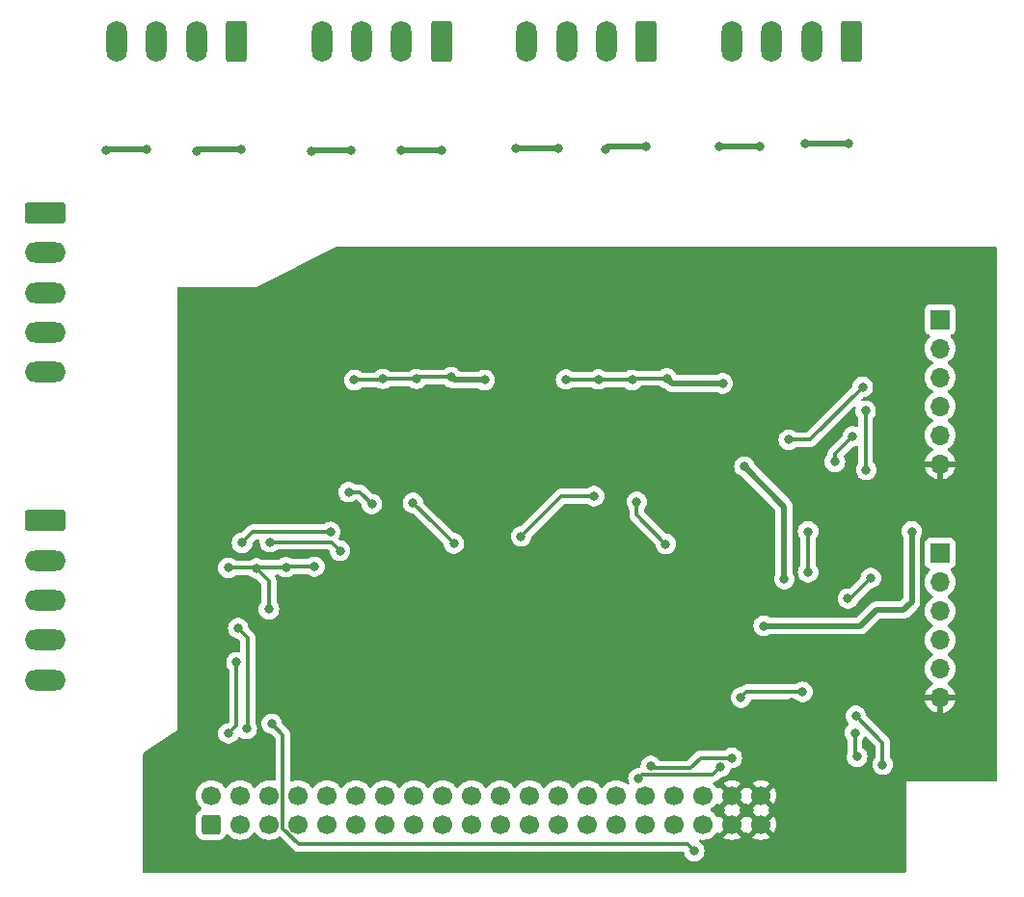
<source format=gbl>
G04 #@! TF.GenerationSoftware,KiCad,Pcbnew,7.0.5-4d25ed1034~172~ubuntu20.04.1*
G04 #@! TF.CreationDate,2023-05-31T02:11:29+03:00*
G04 #@! TF.ProjectId,kanalog-jp12-breakout,6b616e61-6c6f-4672-9d6a-7031322d6272,rev?*
G04 #@! TF.SameCoordinates,Original*
G04 #@! TF.FileFunction,Copper,L2,Bot*
G04 #@! TF.FilePolarity,Positive*
%FSLAX46Y46*%
G04 Gerber Fmt 4.6, Leading zero omitted, Abs format (unit mm)*
G04 Created by KiCad (PCBNEW 7.0.5-4d25ed1034~172~ubuntu20.04.1) date 2023-05-31 02:11:29*
%MOMM*%
%LPD*%
G01*
G04 APERTURE LIST*
G04 Aperture macros list*
%AMRoundRect*
0 Rectangle with rounded corners*
0 $1 Rounding radius*
0 $2 $3 $4 $5 $6 $7 $8 $9 X,Y pos of 4 corners*
0 Add a 4 corners polygon primitive as box body*
4,1,4,$2,$3,$4,$5,$6,$7,$8,$9,$2,$3,0*
0 Add four circle primitives for the rounded corners*
1,1,$1+$1,$2,$3*
1,1,$1+$1,$4,$5*
1,1,$1+$1,$6,$7*
1,1,$1+$1,$8,$9*
0 Add four rect primitives between the rounded corners*
20,1,$1+$1,$2,$3,$4,$5,0*
20,1,$1+$1,$4,$5,$6,$7,0*
20,1,$1+$1,$6,$7,$8,$9,0*
20,1,$1+$1,$8,$9,$2,$3,0*%
G04 Aperture macros list end*
G04 #@! TA.AperFunction,ComponentPad*
%ADD10RoundRect,0.250000X0.650000X1.550000X-0.650000X1.550000X-0.650000X-1.550000X0.650000X-1.550000X0*%
G04 #@! TD*
G04 #@! TA.AperFunction,ComponentPad*
%ADD11O,1.800000X3.600000*%
G04 #@! TD*
G04 #@! TA.AperFunction,ComponentPad*
%ADD12R,1.700000X1.700000*%
G04 #@! TD*
G04 #@! TA.AperFunction,ComponentPad*
%ADD13O,1.700000X1.700000*%
G04 #@! TD*
G04 #@! TA.AperFunction,ComponentPad*
%ADD14RoundRect,0.250000X-1.550000X0.650000X-1.550000X-0.650000X1.550000X-0.650000X1.550000X0.650000X0*%
G04 #@! TD*
G04 #@! TA.AperFunction,ComponentPad*
%ADD15O,3.600000X1.800000*%
G04 #@! TD*
G04 #@! TA.AperFunction,ComponentPad*
%ADD16RoundRect,0.250000X0.600000X-0.600000X0.600000X0.600000X-0.600000X0.600000X-0.600000X-0.600000X0*%
G04 #@! TD*
G04 #@! TA.AperFunction,ComponentPad*
%ADD17C,1.700000*%
G04 #@! TD*
G04 #@! TA.AperFunction,ViaPad*
%ADD18C,0.800000*%
G04 #@! TD*
G04 #@! TA.AperFunction,Conductor*
%ADD19C,0.300000*%
G04 #@! TD*
G04 #@! TA.AperFunction,Conductor*
%ADD20C,0.500000*%
G04 #@! TD*
G04 APERTURE END LIST*
D10*
G04 #@! TO.P,J5,1,Pin_1*
G04 #@! TO.N,/Outputs0/OUT3-*
X117195000Y-92932500D03*
D11*
G04 #@! TO.P,J5,2,Pin_2*
G04 #@! TO.N,/Outputs0/OUT3+*
X113695000Y-92932500D03*
G04 #@! TO.P,J5,3,Pin_3*
G04 #@! TO.N,/Outputs0/OUT2-*
X110195000Y-92932500D03*
G04 #@! TO.P,J5,4,Pin_4*
G04 #@! TO.N,/Outputs0/OUT2+*
X106695000Y-92932500D03*
G04 #@! TD*
D10*
G04 #@! TO.P,J6,1,Pin_1*
G04 #@! TO.N,/Outputs1/OUT3-*
X153195000Y-92932500D03*
D11*
G04 #@! TO.P,J6,2,Pin_2*
G04 #@! TO.N,/Outputs1/OUT3+*
X149695000Y-92932500D03*
G04 #@! TO.P,J6,3,Pin_3*
G04 #@! TO.N,/Outputs1/OUT2-*
X146195000Y-92932500D03*
G04 #@! TO.P,J6,4,Pin_4*
G04 #@! TO.N,/Outputs1/OUT2+*
X142695000Y-92932500D03*
G04 #@! TD*
D10*
G04 #@! TO.P,J7,1,Pin_1*
G04 #@! TO.N,/Outputs1/OUT1-*
X135195000Y-92932500D03*
D11*
G04 #@! TO.P,J7,2,Pin_2*
G04 #@! TO.N,/Outputs1/OUT1+*
X131695000Y-92932500D03*
G04 #@! TO.P,J7,3,Pin_3*
G04 #@! TO.N,/Outputs1/OUT0-*
X128195000Y-92932500D03*
G04 #@! TO.P,J7,4,Pin_4*
G04 #@! TO.N,/Outputs1/OUT0+*
X124695000Y-92932500D03*
G04 #@! TD*
D10*
G04 #@! TO.P,J4,1,Pin_1*
G04 #@! TO.N,/Outputs0/OUT1-*
X99195000Y-92932500D03*
D11*
G04 #@! TO.P,J4,2,Pin_2*
G04 #@! TO.N,/Outputs0/OUT1+*
X95695000Y-92932500D03*
G04 #@! TO.P,J4,3,Pin_3*
G04 #@! TO.N,/Outputs0/OUT0-*
X92195000Y-92932500D03*
G04 #@! TO.P,J4,4,Pin_4*
G04 #@! TO.N,/Outputs0/OUT0+*
X88695000Y-92932500D03*
G04 #@! TD*
D12*
G04 #@! TO.P,J8,1,Pin_1*
G04 #@! TO.N,+5V*
X161000000Y-117380000D03*
D13*
G04 #@! TO.P,J8,2,Pin_2*
G04 #@! TO.N,Net-(J8-Pin_2)*
X161000000Y-119920000D03*
G04 #@! TO.P,J8,3,Pin_3*
G04 #@! TO.N,Net-(J8-Pin_3)*
X161000000Y-122460000D03*
G04 #@! TO.P,J8,4,Pin_4*
G04 #@! TO.N,Net-(J8-Pin_4)*
X161000000Y-125000000D03*
G04 #@! TO.P,J8,5,Pin_5*
G04 #@! TO.N,Net-(J8-Pin_5)*
X161000000Y-127540000D03*
G04 #@! TO.P,J8,6,Pin_6*
G04 #@! TO.N,GND*
X161000000Y-130080000D03*
G04 #@! TD*
D14*
G04 #@! TO.P,J3,1,Pin_1*
G04 #@! TO.N,/Inputs1/VCommon*
X82382500Y-108000000D03*
D15*
G04 #@! TO.P,J3,2,Pin_2*
G04 #@! TO.N,/Inputs1/IN0*
X82382500Y-111500000D03*
G04 #@! TO.P,J3,3,Pin_3*
G04 #@! TO.N,/Inputs1/IN1*
X82382500Y-115000000D03*
G04 #@! TO.P,J3,4,Pin_4*
G04 #@! TO.N,/Inputs1/IN2*
X82382500Y-118500000D03*
G04 #@! TO.P,J3,5,Pin_5*
G04 #@! TO.N,/Inputs1/IN3*
X82382500Y-122000000D03*
G04 #@! TD*
D12*
G04 #@! TO.P,J9,1,Pin_1*
G04 #@! TO.N,+15V*
X161000000Y-137920000D03*
D13*
G04 #@! TO.P,J9,2,Pin_2*
G04 #@! TO.N,-15V*
X161000000Y-140460000D03*
G04 #@! TO.P,J9,3,Pin_3*
G04 #@! TO.N,/SW_MISC*
X161000000Y-143000000D03*
G04 #@! TO.P,J9,4,Pin_4*
G04 #@! TO.N,Net-(J9-Pin_4)*
X161000000Y-145540000D03*
G04 #@! TO.P,J9,5,Pin_5*
G04 #@! TO.N,Net-(J9-Pin_5)*
X161000000Y-148080000D03*
G04 #@! TO.P,J9,6,Pin_6*
G04 #@! TO.N,GND*
X161000000Y-150620000D03*
G04 #@! TD*
D14*
G04 #@! TO.P,J2,1,Pin_1*
G04 #@! TO.N,/Inputs0/VCommon*
X82382500Y-135055000D03*
D15*
G04 #@! TO.P,J2,2,Pin_2*
G04 #@! TO.N,/Inputs0/IN0*
X82382500Y-138555000D03*
G04 #@! TO.P,J2,3,Pin_3*
G04 #@! TO.N,/Inputs0/IN1*
X82382500Y-142055000D03*
G04 #@! TO.P,J2,4,Pin_4*
G04 #@! TO.N,/Inputs0/IN2*
X82382500Y-145555000D03*
G04 #@! TO.P,J2,5,Pin_5*
G04 #@! TO.N,/Inputs0/IN3*
X82382500Y-149055000D03*
G04 #@! TD*
D16*
G04 #@! TO.P,J1,1,Pin_1*
G04 #@! TO.N,/IN0*
X97000000Y-161752500D03*
D17*
G04 #@! TO.P,J1,2,Pin_2*
G04 #@! TO.N,/IN1*
X97000000Y-159212500D03*
G04 #@! TO.P,J1,3,Pin_3*
G04 #@! TO.N,/IN2*
X99540000Y-161752500D03*
G04 #@! TO.P,J1,4,Pin_4*
G04 #@! TO.N,/IN3*
X99540000Y-159212500D03*
G04 #@! TO.P,J1,5,Pin_5*
G04 #@! TO.N,/IN4*
X102080000Y-161752500D03*
G04 #@! TO.P,J1,6,Pin_6*
G04 #@! TO.N,/IN5*
X102080000Y-159212500D03*
G04 #@! TO.P,J1,7,Pin_7*
G04 #@! TO.N,/IN6*
X104620000Y-161752500D03*
G04 #@! TO.P,J1,8,Pin_8*
G04 #@! TO.N,/IN7*
X104620000Y-159212500D03*
G04 #@! TO.P,J1,9,Pin_9*
G04 #@! TO.N,/OUT0*
X107160000Y-161752500D03*
G04 #@! TO.P,J1,10,Pin_10*
G04 #@! TO.N,/OUT1*
X107160000Y-159212500D03*
G04 #@! TO.P,J1,11,Pin_11*
G04 #@! TO.N,/OUT2*
X109700000Y-161752500D03*
G04 #@! TO.P,J1,12,Pin_12*
G04 #@! TO.N,/OUT3*
X109700000Y-159212500D03*
G04 #@! TO.P,J1,13,Pin_13*
G04 #@! TO.N,/OUT4*
X112240000Y-161752500D03*
G04 #@! TO.P,J1,14,Pin_14*
G04 #@! TO.N,/OUT5*
X112240000Y-159212500D03*
G04 #@! TO.P,J1,15,Pin_15*
G04 #@! TO.N,/OUT6*
X114780000Y-161752500D03*
G04 #@! TO.P,J1,16,Pin_16*
G04 #@! TO.N,/OUT7*
X114780000Y-159212500D03*
G04 #@! TO.P,J1,17,Pin_17*
G04 #@! TO.N,/AIN0*
X117320000Y-161752500D03*
G04 #@! TO.P,J1,18,Pin_18*
G04 #@! TO.N,/AIN1*
X117320000Y-159212500D03*
G04 #@! TO.P,J1,19,Pin_19*
G04 #@! TO.N,/AIN2*
X119860000Y-161752500D03*
G04 #@! TO.P,J1,20,Pin_20*
G04 #@! TO.N,/AIN3*
X119860000Y-159212500D03*
G04 #@! TO.P,J1,21,Pin_21*
G04 #@! TO.N,unconnected-(J1-Pin_21-Pad21)*
X122400000Y-161752500D03*
G04 #@! TO.P,J1,22,Pin_22*
G04 #@! TO.N,unconnected-(J1-Pin_22-Pad22)*
X122400000Y-159212500D03*
G04 #@! TO.P,J1,23,Pin_23*
G04 #@! TO.N,unconnected-(J1-Pin_23-Pad23)*
X124940000Y-161752500D03*
G04 #@! TO.P,J1,24,Pin_24*
G04 #@! TO.N,unconnected-(J1-Pin_24-Pad24)*
X124940000Y-159212500D03*
G04 #@! TO.P,J1,25,Pin_25*
G04 #@! TO.N,Net-(J1-Pin_25)*
X127480000Y-161752500D03*
G04 #@! TO.P,J1,26,Pin_26*
G04 #@! TO.N,unconnected-(J1-Pin_26-Pad26)*
X127480000Y-159212500D03*
G04 #@! TO.P,J1,27,Pin_27*
G04 #@! TO.N,Net-(J1-Pin_27)*
X130020000Y-161752500D03*
G04 #@! TO.P,J1,28,Pin_28*
G04 #@! TO.N,/SW_MISC*
X130020000Y-159212500D03*
G04 #@! TO.P,J1,29,Pin_29*
G04 #@! TO.N,/EN_ALL*
X132560000Y-161752500D03*
G04 #@! TO.P,J1,30,Pin_30*
G04 #@! TO.N,/SW_MISC_G*
X132560000Y-159212500D03*
G04 #@! TO.P,J1,31,Pin_31*
G04 #@! TO.N,/3.3V*
X135100000Y-161752500D03*
G04 #@! TO.P,J1,32,Pin_32*
X135100000Y-159212500D03*
G04 #@! TO.P,J1,33,Pin_33*
G04 #@! TO.N,/5V*
X137640000Y-161752500D03*
G04 #@! TO.P,J1,34,Pin_34*
X137640000Y-159212500D03*
G04 #@! TO.P,J1,35,Pin_35*
X140180000Y-161752500D03*
G04 #@! TO.P,J1,36,Pin_36*
X140180000Y-159212500D03*
G04 #@! TO.P,J1,37,Pin_37*
G04 #@! TO.N,GND*
X142720000Y-161752500D03*
G04 #@! TO.P,J1,38,Pin_38*
X142720000Y-159212500D03*
G04 #@! TO.P,J1,39,Pin_39*
X145260000Y-161752500D03*
G04 #@! TO.P,J1,40,Pin_40*
X145260000Y-159212500D03*
G04 #@! TD*
D18*
G04 #@! TO.N,+3V3*
X148900000Y-150100000D03*
X155950000Y-156500000D03*
X154500000Y-130600000D03*
X143500000Y-150600000D03*
X102050000Y-142850000D03*
X149400000Y-139600000D03*
X100950000Y-139250000D03*
X149400000Y-136000000D03*
X106050000Y-139100000D03*
X98500000Y-139200000D03*
X103550000Y-139150000D03*
X139400000Y-164100000D03*
X154450000Y-125400000D03*
X102300000Y-152900000D03*
X153600000Y-152200000D03*
G04 #@! TO.N,GND*
X125250000Y-156750000D03*
X148000000Y-160500000D03*
X122250000Y-125500000D03*
X120500000Y-131250000D03*
X145250000Y-141250000D03*
X142250000Y-148250000D03*
X117000000Y-139000000D03*
X152000000Y-151000000D03*
X146000000Y-116000000D03*
X139500000Y-152250000D03*
X141000000Y-148950000D03*
X95500000Y-129000000D03*
X149150000Y-125600000D03*
X97200000Y-126250000D03*
X120000000Y-148000000D03*
X112000000Y-111800000D03*
X128500000Y-142250000D03*
X120000000Y-139000000D03*
X98200000Y-122200000D03*
X136400000Y-128150000D03*
X127500000Y-154000000D03*
X155950000Y-151050000D03*
X133750000Y-136750000D03*
X98500000Y-117200000D03*
X154650000Y-164400000D03*
X93000000Y-164000000D03*
X128750000Y-135000000D03*
X140750000Y-146850000D03*
X112950000Y-128650000D03*
X146100000Y-124300000D03*
X140200000Y-128000000D03*
X125250000Y-125500000D03*
X95000000Y-155000000D03*
X153400000Y-117300000D03*
X105000000Y-130500000D03*
X150200000Y-113100000D03*
X140900000Y-151500000D03*
X148000000Y-158700000D03*
X124750000Y-138500000D03*
X111500000Y-144000000D03*
X152050000Y-146400000D03*
X156250000Y-159000000D03*
X111500000Y-151500000D03*
X154400000Y-147400000D03*
X147700000Y-146900000D03*
X103750000Y-152250000D03*
X132800000Y-128100000D03*
X129100000Y-128150000D03*
X95500000Y-133500000D03*
X124750000Y-144500000D03*
X98300000Y-119600000D03*
X102500000Y-116000000D03*
X157000000Y-114000000D03*
X142500000Y-152250000D03*
X144000000Y-142750000D03*
X98000000Y-149900000D03*
X98000000Y-152500000D03*
X120650000Y-128800000D03*
X153000000Y-159000000D03*
X95500000Y-139500000D03*
X123250000Y-134750000D03*
X151100000Y-154500000D03*
X123400000Y-112100000D03*
X117000000Y-150000000D03*
X150500000Y-141500000D03*
X162300000Y-154800000D03*
X114250000Y-137500000D03*
X106000000Y-114000000D03*
X149250000Y-147500000D03*
X148050000Y-148800000D03*
X109300000Y-128550000D03*
X125250000Y-131000000D03*
X146500000Y-151500000D03*
X143650000Y-146100000D03*
X116600000Y-128600000D03*
X97950000Y-144800000D03*
X164500000Y-134250000D03*
X141100000Y-131600000D03*
X157000000Y-134000000D03*
X147950000Y-151050000D03*
X111500000Y-137500000D03*
X135400000Y-153200000D03*
X133000000Y-111800000D03*
X148750000Y-141250000D03*
X97900000Y-147300000D03*
X131000000Y-152000000D03*
X114250000Y-151250000D03*
X124000000Y-117400000D03*
G04 #@! TO.N,+5V*
X112050000Y-122600000D03*
X133950000Y-122700000D03*
X158500000Y-136000000D03*
X115000000Y-122600000D03*
X128150000Y-122650000D03*
X118050000Y-122450000D03*
X131000000Y-122650000D03*
X137000000Y-122550000D03*
X145500000Y-144300000D03*
X147300000Y-140200000D03*
X143800000Y-130300000D03*
X141900000Y-123000000D03*
X121000000Y-122700000D03*
X109550000Y-122700000D03*
G04 #@! TO.N,Net-(J1-Pin_27)*
X154900000Y-140100000D03*
X152900000Y-141900000D03*
G04 #@! TO.N,/IN0*
X100100000Y-153350000D03*
X99350000Y-144500000D03*
G04 #@! TO.N,/IN1*
X99200000Y-147500000D03*
X98500000Y-153750000D03*
G04 #@! TO.N,/IN6*
X108300000Y-137700000D03*
X102150000Y-136950000D03*
G04 #@! TO.N,/IN7*
X107450000Y-136050000D03*
X99700000Y-137000000D03*
G04 #@! TO.N,/OUT0*
X111099500Y-133600000D03*
X109050000Y-132550000D03*
G04 #@! TO.N,/OUT2*
X114700000Y-133500000D03*
X118300000Y-137050000D03*
G04 #@! TO.N,/OUT5*
X124200000Y-136450000D03*
X130600000Y-132900000D03*
G04 #@! TO.N,/OUT6*
X136900000Y-137100000D03*
X134350000Y-133400000D03*
G04 #@! TO.N,/AIN1*
X147700000Y-127950000D03*
X154200000Y-123300000D03*
G04 #@! TO.N,/AIN2*
X151750000Y-129900000D03*
X153300000Y-127650000D03*
G04 #@! TO.N,/EN_ALL*
X153700000Y-155800000D03*
X141700000Y-156700000D03*
X134500000Y-157700000D03*
X153500000Y-153700000D03*
G04 #@! TO.N,/SW_MISC_G*
X142700000Y-155900000D03*
X135600000Y-156600000D03*
G04 #@! TO.N,Net-(Q1-B)*
X91300000Y-102387500D03*
X87750000Y-102537500D03*
G04 #@! TO.N,Net-(Q2-B)*
X99600000Y-102437500D03*
X95700000Y-102637500D03*
G04 #@! TO.N,Net-(Q3-B)*
X105750000Y-102587500D03*
X109250000Y-102537500D03*
G04 #@! TO.N,Net-(Q4-B)*
X117250000Y-102487500D03*
X113650000Y-102487500D03*
G04 #@! TO.N,Net-(Q13-B)*
X141625000Y-102200000D03*
X145125000Y-102200000D03*
G04 #@! TO.N,Net-(Q14-B)*
X152950000Y-101950000D03*
X149150000Y-101950000D03*
G04 #@! TO.N,Net-(Q15-B)*
X127500000Y-102350000D03*
X123750000Y-102350000D03*
G04 #@! TO.N,Net-(Q16-B)*
X131600000Y-102412500D03*
X135200000Y-102212500D03*
G04 #@! TD*
D19*
G04 #@! TO.N,+3V3*
X148900000Y-150100000D02*
X144000000Y-150100000D01*
X102050000Y-142850000D02*
X102050000Y-140350000D01*
X155950000Y-154550000D02*
X153600000Y-152200000D01*
X102300000Y-152900000D02*
X103280000Y-153880000D01*
X102050000Y-140350000D02*
X100950000Y-139250000D01*
X101050000Y-139150000D02*
X100950000Y-139250000D01*
X103280000Y-162109557D02*
X104670443Y-163500000D01*
X155950000Y-156500000D02*
X155950000Y-154550000D01*
X100900000Y-139200000D02*
X100950000Y-139250000D01*
X138800000Y-163500000D02*
X139400000Y-164100000D01*
X104670443Y-163500000D02*
X138800000Y-163500000D01*
X103600000Y-139100000D02*
X103550000Y-139150000D01*
X149400000Y-136000000D02*
X149400000Y-139600000D01*
X144000000Y-150100000D02*
X143500000Y-150600000D01*
X98500000Y-139200000D02*
X100900000Y-139200000D01*
X154450000Y-125400000D02*
X154450000Y-130550000D01*
X154450000Y-130550000D02*
X154500000Y-130600000D01*
X103550000Y-139150000D02*
X101050000Y-139150000D01*
X106050000Y-139100000D02*
X103600000Y-139100000D01*
X103280000Y-153880000D02*
X103280000Y-162109557D01*
D20*
G04 #@! TO.N,+5V*
X157800000Y-142900000D02*
X158200000Y-142500000D01*
X158200000Y-142500000D02*
X158500000Y-142200000D01*
X158500000Y-142200000D02*
X158500000Y-136000000D01*
D19*
X115150000Y-122450000D02*
X115000000Y-122600000D01*
X109550000Y-122700000D02*
X111950000Y-122700000D01*
X137000000Y-122550000D02*
X134100000Y-122550000D01*
X128150000Y-122650000D02*
X131000000Y-122650000D01*
X115000000Y-122600000D02*
X112050000Y-122600000D01*
D20*
X154000000Y-144300000D02*
X155400000Y-142900000D01*
D19*
X133900000Y-122650000D02*
X133950000Y-122700000D01*
D20*
X147300000Y-140200000D02*
X147300000Y-133800000D01*
X145500000Y-144300000D02*
X154000000Y-144300000D01*
X137450000Y-123000000D02*
X137000000Y-122550000D01*
D19*
X118050000Y-122450000D02*
X115150000Y-122450000D01*
D20*
X155400000Y-142900000D02*
X157800000Y-142900000D01*
D19*
X134100000Y-122550000D02*
X133950000Y-122700000D01*
D20*
X147300000Y-133800000D02*
X143800000Y-130300000D01*
D19*
X131000000Y-122650000D02*
X133900000Y-122650000D01*
X111950000Y-122700000D02*
X112050000Y-122600000D01*
D20*
X121000000Y-122700000D02*
X118300000Y-122700000D01*
X118300000Y-122700000D02*
X118050000Y-122450000D01*
X141900000Y-123000000D02*
X137450000Y-123000000D01*
D19*
G04 #@! TO.N,Net-(J1-Pin_27)*
X152900000Y-141900000D02*
X153100000Y-141900000D01*
X153100000Y-141900000D02*
X154900000Y-140100000D01*
G04 #@! TO.N,/IN0*
X100200000Y-153250000D02*
X100200000Y-145350000D01*
X100100000Y-153350000D02*
X100200000Y-153250000D01*
X100200000Y-145350000D02*
X99350000Y-144500000D01*
G04 #@! TO.N,/IN1*
X99200000Y-153050000D02*
X98500000Y-153750000D01*
X99200000Y-147500000D02*
X99200000Y-153050000D01*
G04 #@! TO.N,/IN6*
X102150000Y-136950000D02*
X107550000Y-136950000D01*
X107550000Y-136950000D02*
X108300000Y-137700000D01*
G04 #@! TO.N,/IN7*
X100650000Y-136050000D02*
X107450000Y-136050000D01*
X99700000Y-137000000D02*
X100650000Y-136050000D01*
G04 #@! TO.N,/OUT0*
X109050000Y-132550000D02*
X110049500Y-132550000D01*
X110049500Y-132550000D02*
X111099500Y-133600000D01*
G04 #@! TO.N,/OUT2*
X116600000Y-135400000D02*
X114700000Y-133500000D01*
X118300000Y-137050000D02*
X116650000Y-135400000D01*
X116650000Y-135400000D02*
X116600000Y-135400000D01*
G04 #@! TO.N,/OUT5*
X130600000Y-132900000D02*
X127750000Y-132900000D01*
X127750000Y-132900000D02*
X124200000Y-136450000D01*
G04 #@! TO.N,/OUT6*
X134350000Y-134550000D02*
X136900000Y-137100000D01*
X134350000Y-133400000D02*
X134350000Y-134550000D01*
G04 #@! TO.N,/AIN1*
X149550000Y-127950000D02*
X154200000Y-123300000D01*
X147700000Y-127950000D02*
X149550000Y-127950000D01*
G04 #@! TO.N,/AIN2*
X151750000Y-129900000D02*
X151750000Y-129200000D01*
X151750000Y-129200000D02*
X153300000Y-127650000D01*
G04 #@! TO.N,/EN_ALL*
X153500000Y-155600000D02*
X153700000Y-155800000D01*
X141050500Y-157349500D02*
X141700000Y-156700000D01*
X153500000Y-153700000D02*
X153500000Y-155600000D01*
X134500000Y-157700000D02*
X134850500Y-157349500D01*
X134850500Y-157349500D02*
X141050500Y-157349500D01*
G04 #@! TO.N,/SW_MISC_G*
X135800000Y-156800000D02*
X139100000Y-156800000D01*
X135600000Y-156600000D02*
X135800000Y-156800000D01*
X139100000Y-156800000D02*
X140000000Y-155900000D01*
X140000000Y-155900000D02*
X142700000Y-155900000D01*
D20*
G04 #@! TO.N,Net-(Q1-B)*
X87900000Y-102387500D02*
X87750000Y-102537500D01*
X91300000Y-102387500D02*
X87900000Y-102387500D01*
G04 #@! TO.N,Net-(Q2-B)*
X99600000Y-102437500D02*
X95900000Y-102437500D01*
X95900000Y-102437500D02*
X95700000Y-102637500D01*
G04 #@! TO.N,Net-(Q3-B)*
X105800000Y-102537500D02*
X105750000Y-102587500D01*
X109250000Y-102537500D02*
X105800000Y-102537500D01*
G04 #@! TO.N,Net-(Q4-B)*
X117250000Y-102487500D02*
X113650000Y-102487500D01*
G04 #@! TO.N,Net-(Q13-B)*
X145125000Y-102200000D02*
X141625000Y-102200000D01*
G04 #@! TO.N,Net-(Q14-B)*
X152950000Y-101950000D02*
X149150000Y-101950000D01*
G04 #@! TO.N,Net-(Q15-B)*
X127500000Y-102350000D02*
X123750000Y-102350000D01*
G04 #@! TO.N,Net-(Q16-B)*
X135200000Y-102212500D02*
X131800000Y-102212500D01*
X131800000Y-102212500D02*
X131600000Y-102412500D01*
G04 #@! TD*
G04 #@! TA.AperFunction,Conductor*
G04 #@! TO.N,GND*
G36*
X142260507Y-159422344D02*
G01*
X142338239Y-159543298D01*
X142446900Y-159637452D01*
X142577685Y-159697180D01*
X142587466Y-159698586D01*
X141958625Y-160327425D01*
X142035031Y-160380925D01*
X142078655Y-160435502D01*
X142085848Y-160505001D01*
X142054326Y-160567355D01*
X142035029Y-160584076D01*
X141958626Y-160637572D01*
X141958625Y-160637573D01*
X142587466Y-161266413D01*
X142577685Y-161267820D01*
X142446900Y-161327548D01*
X142338239Y-161421702D01*
X142260507Y-161542656D01*
X142236923Y-161622976D01*
X141605073Y-160991126D01*
X141551881Y-161067094D01*
X141497304Y-161110719D01*
X141427806Y-161117913D01*
X141365451Y-161086391D01*
X141348730Y-161067094D01*
X141218494Y-160881097D01*
X141051402Y-160714006D01*
X141051396Y-160714001D01*
X140865842Y-160584075D01*
X140822217Y-160529498D01*
X140815023Y-160460000D01*
X140846546Y-160397645D01*
X140865842Y-160380925D01*
X140993165Y-160291772D01*
X141051401Y-160250995D01*
X141218495Y-160083901D01*
X141348732Y-159897903D01*
X141403307Y-159854280D01*
X141472805Y-159847086D01*
X141535160Y-159878609D01*
X141551880Y-159897905D01*
X141605073Y-159973873D01*
X142236923Y-159342023D01*
X142260507Y-159422344D01*
G37*
G04 #@! TD.AperFunction*
G04 #@! TA.AperFunction,Conductor*
G36*
X144800507Y-159422344D02*
G01*
X144878239Y-159543298D01*
X144986900Y-159637452D01*
X145117685Y-159697180D01*
X145127466Y-159698586D01*
X144498625Y-160327425D01*
X144575031Y-160380925D01*
X144618655Y-160435502D01*
X144625848Y-160505001D01*
X144594326Y-160567355D01*
X144575029Y-160584076D01*
X144498625Y-160637572D01*
X144498625Y-160637573D01*
X145127465Y-161266413D01*
X145117685Y-161267820D01*
X144986900Y-161327548D01*
X144878239Y-161421702D01*
X144800507Y-161542656D01*
X144776923Y-161622976D01*
X144145072Y-160991125D01*
X144145072Y-160991126D01*
X144091574Y-161067530D01*
X144036998Y-161111155D01*
X143967499Y-161118349D01*
X143905144Y-161086826D01*
X143888424Y-161067530D01*
X143834925Y-160991126D01*
X143834925Y-160991125D01*
X143203076Y-161622975D01*
X143179493Y-161542656D01*
X143101761Y-161421702D01*
X142993100Y-161327548D01*
X142862315Y-161267820D01*
X142852531Y-161266413D01*
X143481373Y-160637573D01*
X143404969Y-160584076D01*
X143361344Y-160529499D01*
X143354150Y-160460001D01*
X143385672Y-160397646D01*
X143404968Y-160380925D01*
X143481373Y-160327425D01*
X142852533Y-159698586D01*
X142862315Y-159697180D01*
X142993100Y-159637452D01*
X143101761Y-159543298D01*
X143179493Y-159422344D01*
X143203076Y-159342024D01*
X143834925Y-159973873D01*
X143888425Y-159897468D01*
X143943002Y-159853844D01*
X144012501Y-159846651D01*
X144074855Y-159878173D01*
X144091576Y-159897469D01*
X144145073Y-159973872D01*
X144776922Y-159342023D01*
X144800507Y-159422344D01*
G37*
G04 #@! TD.AperFunction*
G04 #@! TA.AperFunction,Conductor*
G36*
X165942539Y-111019685D02*
G01*
X165988294Y-111072489D01*
X165999500Y-111124000D01*
X165999500Y-157876000D01*
X165979815Y-157943039D01*
X165927011Y-157988794D01*
X165875500Y-158000000D01*
X158000000Y-158000000D01*
X158000000Y-165875500D01*
X157980315Y-165942539D01*
X157927511Y-165988294D01*
X157876000Y-165999500D01*
X91124000Y-165999500D01*
X91056961Y-165979815D01*
X91011206Y-165927011D01*
X91000000Y-165875500D01*
X91000000Y-160833163D01*
X91000000Y-159212500D01*
X95644341Y-159212500D01*
X95664936Y-159447903D01*
X95664938Y-159447913D01*
X95726094Y-159676155D01*
X95726096Y-159676159D01*
X95726097Y-159676163D01*
X95805597Y-159846651D01*
X95825965Y-159890330D01*
X95825967Y-159890334D01*
X95884462Y-159973873D01*
X95961505Y-160083901D01*
X96128599Y-160250995D01*
X96128604Y-160250999D01*
X96129968Y-160252143D01*
X96130407Y-160252803D01*
X96132427Y-160254823D01*
X96132021Y-160255228D01*
X96168669Y-160310315D01*
X96169776Y-160380176D01*
X96132937Y-160439546D01*
X96089267Y-160464836D01*
X96080669Y-160467684D01*
X96080663Y-160467687D01*
X95931342Y-160559789D01*
X95807289Y-160683842D01*
X95715187Y-160833163D01*
X95715185Y-160833168D01*
X95698701Y-160882914D01*
X95660001Y-160999703D01*
X95660001Y-160999704D01*
X95660000Y-160999704D01*
X95649500Y-161102483D01*
X95649500Y-162402501D01*
X95649501Y-162402518D01*
X95660000Y-162505296D01*
X95660001Y-162505299D01*
X95715185Y-162671831D01*
X95715187Y-162671836D01*
X95744717Y-162719712D01*
X95807288Y-162821156D01*
X95931344Y-162945212D01*
X96080666Y-163037314D01*
X96247203Y-163092499D01*
X96349991Y-163103000D01*
X97650008Y-163102999D01*
X97752797Y-163092499D01*
X97919334Y-163037314D01*
X98068656Y-162945212D01*
X98192712Y-162821156D01*
X98284814Y-162671834D01*
X98287662Y-162663238D01*
X98327429Y-162605794D01*
X98391944Y-162578968D01*
X98460720Y-162591279D01*
X98497483Y-162620266D01*
X98497677Y-162620073D01*
X98499313Y-162621709D01*
X98500354Y-162622530D01*
X98501501Y-162623897D01*
X98501504Y-162623900D01*
X98501505Y-162623901D01*
X98668599Y-162790995D01*
X98751760Y-162849225D01*
X98862165Y-162926532D01*
X98862167Y-162926533D01*
X98862170Y-162926535D01*
X99076337Y-163026403D01*
X99304592Y-163087563D01*
X99481034Y-163103000D01*
X99539999Y-163108159D01*
X99540000Y-163108159D01*
X99540001Y-163108159D01*
X99598966Y-163103000D01*
X99775408Y-163087563D01*
X100003663Y-163026403D01*
X100217830Y-162926535D01*
X100411401Y-162790995D01*
X100578495Y-162623901D01*
X100708426Y-162438341D01*
X100763002Y-162394717D01*
X100832500Y-162387523D01*
X100894855Y-162419046D01*
X100911575Y-162438342D01*
X101038959Y-162620266D01*
X101041505Y-162623901D01*
X101208599Y-162790995D01*
X101291760Y-162849225D01*
X101402165Y-162926532D01*
X101402167Y-162926533D01*
X101402170Y-162926535D01*
X101616337Y-163026403D01*
X101844592Y-163087563D01*
X102021034Y-163103000D01*
X102079999Y-163108159D01*
X102080000Y-163108159D01*
X102080001Y-163108159D01*
X102138966Y-163103000D01*
X102315408Y-163087563D01*
X102543663Y-163026403D01*
X102757830Y-162926535D01*
X102919161Y-162813569D01*
X102985363Y-162791244D01*
X103053130Y-162808254D01*
X103077962Y-162827465D01*
X104150007Y-163899510D01*
X104160078Y-163912080D01*
X104160265Y-163911926D01*
X104165238Y-163917937D01*
X104216985Y-163966531D01*
X104218352Y-163967855D01*
X104239408Y-163988911D01*
X104239411Y-163988913D01*
X104245200Y-163993405D01*
X104249640Y-163997197D01*
X104278941Y-164024711D01*
X104285050Y-164030448D01*
X104285052Y-164030449D01*
X104303648Y-164040672D01*
X104319913Y-164051357D01*
X104336675Y-164064360D01*
X104336678Y-164064361D01*
X104336679Y-164064362D01*
X104381266Y-164083656D01*
X104386502Y-164086221D01*
X104429075Y-164109627D01*
X104444783Y-164113659D01*
X104449629Y-164114904D01*
X104468041Y-164121207D01*
X104487516Y-164129635D01*
X104535514Y-164137237D01*
X104541183Y-164138411D01*
X104588266Y-164150500D01*
X104609494Y-164150500D01*
X104628891Y-164152026D01*
X104649846Y-164155345D01*
X104649847Y-164155346D01*
X104649847Y-164155345D01*
X104649848Y-164155346D01*
X104698203Y-164150775D01*
X104704042Y-164150500D01*
X138388197Y-164150500D01*
X138455236Y-164170185D01*
X138500991Y-164222989D01*
X138511518Y-164261540D01*
X138514325Y-164288254D01*
X138572818Y-164468277D01*
X138572821Y-164468284D01*
X138667467Y-164632216D01*
X138794129Y-164772888D01*
X138947265Y-164884148D01*
X138947270Y-164884151D01*
X139120192Y-164961142D01*
X139120197Y-164961144D01*
X139305354Y-165000500D01*
X139305355Y-165000500D01*
X139494644Y-165000500D01*
X139494646Y-165000500D01*
X139679803Y-164961144D01*
X139852730Y-164884151D01*
X140005871Y-164772888D01*
X140132533Y-164632216D01*
X140227179Y-164468284D01*
X140285674Y-164288256D01*
X140305460Y-164100000D01*
X140285674Y-163911744D01*
X140227179Y-163731716D01*
X140132533Y-163567784D01*
X140005871Y-163427112D01*
X140005870Y-163427111D01*
X139852731Y-163315849D01*
X139851028Y-163314866D01*
X139850239Y-163314038D01*
X139847473Y-163312029D01*
X139847840Y-163311523D01*
X139802812Y-163264299D01*
X139789590Y-163195692D01*
X139815558Y-163130827D01*
X139872472Y-163090299D01*
X139939169Y-163087121D01*
X139939258Y-163086622D01*
X139941468Y-163087011D01*
X139942262Y-163086974D01*
X139944510Y-163087548D01*
X139944584Y-163087561D01*
X139944592Y-163087563D01*
X140121034Y-163103000D01*
X140179999Y-163108159D01*
X140180000Y-163108159D01*
X140180001Y-163108159D01*
X140238966Y-163103000D01*
X140415408Y-163087563D01*
X140643663Y-163026403D01*
X140857830Y-162926535D01*
X141051401Y-162790995D01*
X141218495Y-162623901D01*
X141348732Y-162437903D01*
X141403307Y-162394280D01*
X141472805Y-162387086D01*
X141535160Y-162418609D01*
X141551880Y-162437905D01*
X141605073Y-162513873D01*
X142236923Y-161882023D01*
X142260507Y-161962344D01*
X142338239Y-162083298D01*
X142446900Y-162177452D01*
X142577685Y-162237180D01*
X142587466Y-162238586D01*
X141958625Y-162867425D01*
X142042421Y-162926099D01*
X142256507Y-163025929D01*
X142256516Y-163025933D01*
X142484673Y-163087067D01*
X142484684Y-163087069D01*
X142719998Y-163107657D01*
X142720002Y-163107657D01*
X142955315Y-163087069D01*
X142955326Y-163087067D01*
X143183483Y-163025933D01*
X143183492Y-163025929D01*
X143397578Y-162926100D01*
X143397582Y-162926098D01*
X143481373Y-162867426D01*
X143481373Y-162867425D01*
X142852533Y-162238586D01*
X142862315Y-162237180D01*
X142993100Y-162177452D01*
X143101761Y-162083298D01*
X143179493Y-161962344D01*
X143203076Y-161882024D01*
X143834925Y-162513873D01*
X143888425Y-162437468D01*
X143943002Y-162393844D01*
X144012501Y-162386651D01*
X144074855Y-162418173D01*
X144091576Y-162437469D01*
X144145073Y-162513872D01*
X144776922Y-161882023D01*
X144800507Y-161962344D01*
X144878239Y-162083298D01*
X144986900Y-162177452D01*
X145117685Y-162237180D01*
X145127466Y-162238586D01*
X144498625Y-162867425D01*
X144582421Y-162926099D01*
X144796507Y-163025929D01*
X144796516Y-163025933D01*
X145024673Y-163087067D01*
X145024684Y-163087069D01*
X145259998Y-163107657D01*
X145260002Y-163107657D01*
X145495315Y-163087069D01*
X145495326Y-163087067D01*
X145723483Y-163025933D01*
X145723492Y-163025929D01*
X145937578Y-162926100D01*
X145937582Y-162926098D01*
X146021373Y-162867426D01*
X146021373Y-162867425D01*
X145392533Y-162238586D01*
X145402315Y-162237180D01*
X145533100Y-162177452D01*
X145641761Y-162083298D01*
X145719493Y-161962344D01*
X145743076Y-161882024D01*
X146374925Y-162513873D01*
X146374926Y-162513873D01*
X146433598Y-162430082D01*
X146433600Y-162430078D01*
X146533429Y-162215992D01*
X146533433Y-162215983D01*
X146594567Y-161987826D01*
X146594569Y-161987815D01*
X146615157Y-161752501D01*
X146615157Y-161752498D01*
X146594569Y-161517184D01*
X146594567Y-161517173D01*
X146533433Y-161289016D01*
X146533429Y-161289007D01*
X146433600Y-161074923D01*
X146433599Y-161074921D01*
X146374925Y-160991126D01*
X146374925Y-160991125D01*
X145743076Y-161622975D01*
X145719493Y-161542656D01*
X145641761Y-161421702D01*
X145533100Y-161327548D01*
X145402315Y-161267820D01*
X145392532Y-161266413D01*
X146021373Y-160637573D01*
X145944969Y-160584076D01*
X145901344Y-160529499D01*
X145894150Y-160460001D01*
X145925672Y-160397646D01*
X145944968Y-160380925D01*
X146021373Y-160327425D01*
X145392533Y-159698586D01*
X145402315Y-159697180D01*
X145533100Y-159637452D01*
X145641761Y-159543298D01*
X145719493Y-159422344D01*
X145743076Y-159342024D01*
X146374925Y-159973873D01*
X146374926Y-159973873D01*
X146433598Y-159890082D01*
X146433600Y-159890078D01*
X146533429Y-159675992D01*
X146533433Y-159675983D01*
X146594567Y-159447826D01*
X146594569Y-159447815D01*
X146615157Y-159212501D01*
X146615157Y-159212498D01*
X146594569Y-158977184D01*
X146594567Y-158977173D01*
X146533433Y-158749016D01*
X146533429Y-158749007D01*
X146433600Y-158534923D01*
X146433599Y-158534921D01*
X146374925Y-158451126D01*
X146374925Y-158451125D01*
X145743076Y-159082975D01*
X145719493Y-159002656D01*
X145641761Y-158881702D01*
X145533100Y-158787548D01*
X145402315Y-158727820D01*
X145392532Y-158726413D01*
X146021373Y-158097573D01*
X146021373Y-158097572D01*
X145937583Y-158038902D01*
X145937579Y-158038900D01*
X145723492Y-157939070D01*
X145723483Y-157939066D01*
X145495326Y-157877932D01*
X145495315Y-157877930D01*
X145260002Y-157857343D01*
X145259998Y-157857343D01*
X145024684Y-157877930D01*
X145024673Y-157877932D01*
X144796516Y-157939066D01*
X144796507Y-157939070D01*
X144582419Y-158038901D01*
X144498625Y-158097572D01*
X144498625Y-158097573D01*
X145127465Y-158726413D01*
X145117685Y-158727820D01*
X144986900Y-158787548D01*
X144878239Y-158881702D01*
X144800507Y-159002656D01*
X144776923Y-159082974D01*
X144145073Y-158451125D01*
X144145072Y-158451126D01*
X144091574Y-158527530D01*
X144036998Y-158571155D01*
X143967499Y-158578349D01*
X143905144Y-158546826D01*
X143888424Y-158527530D01*
X143834925Y-158451126D01*
X143834925Y-158451125D01*
X143203076Y-159082975D01*
X143179493Y-159002656D01*
X143101761Y-158881702D01*
X142993100Y-158787548D01*
X142862315Y-158727820D01*
X142852533Y-158726413D01*
X143481373Y-158097573D01*
X143481373Y-158097572D01*
X143397583Y-158038902D01*
X143397579Y-158038900D01*
X143183492Y-157939070D01*
X143183483Y-157939066D01*
X142955326Y-157877932D01*
X142955315Y-157877930D01*
X142720002Y-157857343D01*
X142719998Y-157857343D01*
X142484684Y-157877930D01*
X142484673Y-157877932D01*
X142256516Y-157939066D01*
X142256507Y-157939070D01*
X142042419Y-158038901D01*
X141958625Y-158097572D01*
X142587466Y-158726413D01*
X142577685Y-158727820D01*
X142446900Y-158787548D01*
X142338239Y-158881702D01*
X142260507Y-159002656D01*
X142236923Y-159082976D01*
X141605073Y-158451126D01*
X141551881Y-158527094D01*
X141497304Y-158570719D01*
X141427806Y-158577913D01*
X141365451Y-158546391D01*
X141348730Y-158527094D01*
X141218496Y-158341100D01*
X141218490Y-158341094D01*
X141084664Y-158207268D01*
X141051181Y-158145948D01*
X141056165Y-158076256D01*
X141098036Y-158020322D01*
X141145820Y-158000129D01*
X141145572Y-157999275D01*
X141152843Y-157997162D01*
X141152957Y-157997114D01*
X141153062Y-157997097D01*
X141153069Y-157997097D01*
X141173456Y-157991173D01*
X141192496Y-157987231D01*
X141213558Y-157984571D01*
X141258735Y-157966683D01*
X141264235Y-157964800D01*
X141310898Y-157951244D01*
X141329165Y-157940439D01*
X141346636Y-157931880D01*
X141366371Y-157924068D01*
X141405677Y-157895510D01*
X141410543Y-157892313D01*
X141452365Y-157867581D01*
X141467370Y-157852575D01*
X141482168Y-157839936D01*
X141499337Y-157827463D01*
X141530301Y-157790033D01*
X141534223Y-157785721D01*
X141683128Y-157636817D01*
X141744450Y-157603334D01*
X141770808Y-157600500D01*
X141794644Y-157600500D01*
X141794646Y-157600500D01*
X141979803Y-157561144D01*
X142152730Y-157484151D01*
X142305871Y-157372888D01*
X142432533Y-157232216D01*
X142527179Y-157068284D01*
X142585674Y-156888256D01*
X142585673Y-156888256D01*
X142586348Y-156886182D01*
X142625786Y-156828506D01*
X142690144Y-156801308D01*
X142704279Y-156800500D01*
X142794644Y-156800500D01*
X142794646Y-156800500D01*
X142979803Y-156761144D01*
X143152730Y-156684151D01*
X143305871Y-156572888D01*
X143432533Y-156432216D01*
X143527179Y-156268284D01*
X143585674Y-156088256D01*
X143605460Y-155900000D01*
X143585674Y-155711744D01*
X143527179Y-155531716D01*
X143432533Y-155367784D01*
X143305871Y-155227112D01*
X143304090Y-155225818D01*
X143152734Y-155115851D01*
X143152729Y-155115848D01*
X142979807Y-155038857D01*
X142979802Y-155038855D01*
X142834000Y-155007865D01*
X142794646Y-154999500D01*
X142605354Y-154999500D01*
X142572897Y-155006398D01*
X142420197Y-155038855D01*
X142420192Y-155038857D01*
X142247270Y-155115848D01*
X142247265Y-155115851D01*
X142095910Y-155225818D01*
X142030104Y-155249298D01*
X142023025Y-155249500D01*
X140085504Y-155249500D01*
X140069493Y-155247732D01*
X140069471Y-155247974D01*
X140061704Y-155247239D01*
X139990764Y-155249469D01*
X139988816Y-155249500D01*
X139959075Y-155249500D01*
X139959071Y-155249500D01*
X139959061Y-155249501D01*
X139951793Y-155250419D01*
X139945976Y-155250876D01*
X139897435Y-155252402D01*
X139897424Y-155252404D01*
X139877048Y-155258323D01*
X139858008Y-155262266D01*
X139836947Y-155264927D01*
X139836939Y-155264929D01*
X139791775Y-155282811D01*
X139786247Y-155284703D01*
X139739602Y-155298255D01*
X139721332Y-155309060D01*
X139703863Y-155317618D01*
X139684128Y-155325432D01*
X139684126Y-155325433D01*
X139644839Y-155353977D01*
X139639956Y-155357184D01*
X139598132Y-155381919D01*
X139583126Y-155396926D01*
X139568336Y-155409558D01*
X139551167Y-155422032D01*
X139551165Y-155422034D01*
X139520194Y-155459470D01*
X139516261Y-155463791D01*
X139180054Y-155800000D01*
X138866873Y-156113181D01*
X138805550Y-156146666D01*
X138779192Y-156149500D01*
X136451303Y-156149500D01*
X136384264Y-156129815D01*
X136343916Y-156087500D01*
X136332533Y-156067784D01*
X136205871Y-155927112D01*
X136185140Y-155912050D01*
X136052734Y-155815851D01*
X136052729Y-155815848D01*
X135879807Y-155738857D01*
X135879802Y-155738855D01*
X135734000Y-155707865D01*
X135694646Y-155699500D01*
X135505354Y-155699500D01*
X135472897Y-155706398D01*
X135320197Y-155738855D01*
X135320192Y-155738857D01*
X135147270Y-155815848D01*
X135147265Y-155815851D01*
X134994129Y-155927111D01*
X134867466Y-156067785D01*
X134772821Y-156231715D01*
X134772818Y-156231722D01*
X134740166Y-156332216D01*
X134714326Y-156411744D01*
X134696206Y-156584151D01*
X134694540Y-156600004D01*
X134695677Y-156610828D01*
X134683105Y-156679557D01*
X134635370Y-156730578D01*
X134606957Y-156742858D01*
X134590101Y-156747756D01*
X134571827Y-156758562D01*
X134554363Y-156767117D01*
X134534633Y-156774929D01*
X134534632Y-156774930D01*
X134534629Y-156774931D01*
X134534629Y-156774932D01*
X134533411Y-156775816D01*
X134532295Y-156776214D01*
X134527791Y-156778691D01*
X134527391Y-156777964D01*
X134467607Y-156799298D01*
X134460524Y-156799500D01*
X134405354Y-156799500D01*
X134372897Y-156806398D01*
X134220197Y-156838855D01*
X134220192Y-156838857D01*
X134047270Y-156915848D01*
X134047265Y-156915851D01*
X133894129Y-157027111D01*
X133767466Y-157167785D01*
X133672821Y-157331715D01*
X133672818Y-157331722D01*
X133614327Y-157511740D01*
X133614326Y-157511744D01*
X133594540Y-157700000D01*
X133614326Y-157888256D01*
X133614327Y-157888259D01*
X133672818Y-158068277D01*
X133672823Y-158068288D01*
X133676090Y-158073947D01*
X133692560Y-158141848D01*
X133669706Y-158207874D01*
X133614783Y-158251062D01*
X133545229Y-158257701D01*
X133483128Y-158225683D01*
X133481020Y-158223624D01*
X133431402Y-158174006D01*
X133431395Y-158174001D01*
X133237834Y-158038467D01*
X133237830Y-158038465D01*
X133155618Y-158000129D01*
X133023663Y-157938597D01*
X133023659Y-157938596D01*
X133023655Y-157938594D01*
X132795413Y-157877438D01*
X132795403Y-157877436D01*
X132560001Y-157856841D01*
X132559999Y-157856841D01*
X132324596Y-157877436D01*
X132324586Y-157877438D01*
X132096344Y-157938594D01*
X132096335Y-157938598D01*
X131882171Y-158038464D01*
X131882169Y-158038465D01*
X131688597Y-158174005D01*
X131521508Y-158341094D01*
X131391574Y-158526659D01*
X131336997Y-158570284D01*
X131267498Y-158577476D01*
X131205144Y-158545954D01*
X131188424Y-158526658D01*
X131058494Y-158341097D01*
X130891402Y-158174006D01*
X130891395Y-158174001D01*
X130697834Y-158038467D01*
X130697830Y-158038465D01*
X130615618Y-158000129D01*
X130483663Y-157938597D01*
X130483659Y-157938596D01*
X130483655Y-157938594D01*
X130255413Y-157877438D01*
X130255403Y-157877436D01*
X130020001Y-157856841D01*
X130019999Y-157856841D01*
X129784596Y-157877436D01*
X129784586Y-157877438D01*
X129556344Y-157938594D01*
X129556335Y-157938598D01*
X129342171Y-158038464D01*
X129342169Y-158038465D01*
X129148597Y-158174005D01*
X128981505Y-158341097D01*
X128851575Y-158526658D01*
X128796998Y-158570283D01*
X128727500Y-158577477D01*
X128665145Y-158545954D01*
X128648425Y-158526658D01*
X128518494Y-158341097D01*
X128351402Y-158174006D01*
X128351395Y-158174001D01*
X128157834Y-158038467D01*
X128157830Y-158038465D01*
X128075618Y-158000129D01*
X127943663Y-157938597D01*
X127943659Y-157938596D01*
X127943655Y-157938594D01*
X127715413Y-157877438D01*
X127715403Y-157877436D01*
X127480001Y-157856841D01*
X127479999Y-157856841D01*
X127244596Y-157877436D01*
X127244586Y-157877438D01*
X127016344Y-157938594D01*
X127016335Y-157938598D01*
X126802171Y-158038464D01*
X126802169Y-158038465D01*
X126608597Y-158174005D01*
X126441505Y-158341097D01*
X126311575Y-158526658D01*
X126256998Y-158570283D01*
X126187500Y-158577477D01*
X126125145Y-158545954D01*
X126108425Y-158526658D01*
X125978494Y-158341097D01*
X125811402Y-158174006D01*
X125811395Y-158174001D01*
X125617834Y-158038467D01*
X125617830Y-158038465D01*
X125535618Y-158000129D01*
X125403663Y-157938597D01*
X125403659Y-157938596D01*
X125403655Y-157938594D01*
X125175413Y-157877438D01*
X125175403Y-157877436D01*
X124940001Y-157856841D01*
X124939999Y-157856841D01*
X124704596Y-157877436D01*
X124704586Y-157877438D01*
X124476344Y-157938594D01*
X124476335Y-157938598D01*
X124262171Y-158038464D01*
X124262169Y-158038465D01*
X124068597Y-158174005D01*
X123901505Y-158341097D01*
X123771575Y-158526658D01*
X123716998Y-158570283D01*
X123647500Y-158577477D01*
X123585145Y-158545954D01*
X123568425Y-158526658D01*
X123438494Y-158341097D01*
X123271402Y-158174006D01*
X123271395Y-158174001D01*
X123077834Y-158038467D01*
X123077830Y-158038465D01*
X122995618Y-158000129D01*
X122863663Y-157938597D01*
X122863659Y-157938596D01*
X122863655Y-157938594D01*
X122635413Y-157877438D01*
X122635403Y-157877436D01*
X122400001Y-157856841D01*
X122399999Y-157856841D01*
X122164596Y-157877436D01*
X122164586Y-157877438D01*
X121936344Y-157938594D01*
X121936335Y-157938598D01*
X121722171Y-158038464D01*
X121722169Y-158038465D01*
X121528597Y-158174005D01*
X121361505Y-158341097D01*
X121231575Y-158526658D01*
X121176998Y-158570283D01*
X121107500Y-158577477D01*
X121045145Y-158545954D01*
X121028425Y-158526658D01*
X120898494Y-158341097D01*
X120731402Y-158174006D01*
X120731395Y-158174001D01*
X120537834Y-158038467D01*
X120537830Y-158038465D01*
X120455618Y-158000129D01*
X120323663Y-157938597D01*
X120323659Y-157938596D01*
X120323655Y-157938594D01*
X120095413Y-157877438D01*
X120095403Y-157877436D01*
X119860001Y-157856841D01*
X119859999Y-157856841D01*
X119624596Y-157877436D01*
X119624586Y-157877438D01*
X119396344Y-157938594D01*
X119396335Y-157938598D01*
X119182171Y-158038464D01*
X119182169Y-158038465D01*
X118988597Y-158174005D01*
X118821508Y-158341094D01*
X118691574Y-158526659D01*
X118636997Y-158570284D01*
X118567498Y-158577476D01*
X118505144Y-158545954D01*
X118488424Y-158526658D01*
X118358494Y-158341097D01*
X118191402Y-158174006D01*
X118191395Y-158174001D01*
X117997834Y-158038467D01*
X117997830Y-158038465D01*
X117915618Y-158000129D01*
X117783663Y-157938597D01*
X117783659Y-157938596D01*
X117783655Y-157938594D01*
X117555413Y-157877438D01*
X117555403Y-157877436D01*
X117320001Y-157856841D01*
X117319999Y-157856841D01*
X117084596Y-157877436D01*
X117084586Y-157877438D01*
X116856344Y-157938594D01*
X116856335Y-157938598D01*
X116642171Y-158038464D01*
X116642169Y-158038465D01*
X116448597Y-158174005D01*
X116281505Y-158341097D01*
X116151575Y-158526658D01*
X116096998Y-158570283D01*
X116027500Y-158577477D01*
X115965145Y-158545954D01*
X115948425Y-158526658D01*
X115818494Y-158341097D01*
X115651402Y-158174006D01*
X115651395Y-158174001D01*
X115457834Y-158038467D01*
X115457830Y-158038465D01*
X115375618Y-158000129D01*
X115243663Y-157938597D01*
X115243659Y-157938596D01*
X115243655Y-157938594D01*
X115015413Y-157877438D01*
X115015403Y-157877436D01*
X114780001Y-157856841D01*
X114779999Y-157856841D01*
X114544596Y-157877436D01*
X114544586Y-157877438D01*
X114316344Y-157938594D01*
X114316335Y-157938598D01*
X114102171Y-158038464D01*
X114102169Y-158038465D01*
X113908597Y-158174005D01*
X113741505Y-158341097D01*
X113611575Y-158526658D01*
X113556998Y-158570283D01*
X113487500Y-158577477D01*
X113425145Y-158545954D01*
X113408425Y-158526658D01*
X113278494Y-158341097D01*
X113111402Y-158174006D01*
X113111395Y-158174001D01*
X112917834Y-158038467D01*
X112917830Y-158038465D01*
X112835618Y-158000129D01*
X112703663Y-157938597D01*
X112703659Y-157938596D01*
X112703655Y-157938594D01*
X112475413Y-157877438D01*
X112475403Y-157877436D01*
X112240001Y-157856841D01*
X112239999Y-157856841D01*
X112004596Y-157877436D01*
X112004586Y-157877438D01*
X111776344Y-157938594D01*
X111776335Y-157938598D01*
X111562171Y-158038464D01*
X111562169Y-158038465D01*
X111368597Y-158174005D01*
X111201505Y-158341097D01*
X111071575Y-158526658D01*
X111016998Y-158570283D01*
X110947500Y-158577477D01*
X110885145Y-158545954D01*
X110868425Y-158526658D01*
X110738494Y-158341097D01*
X110571402Y-158174006D01*
X110571395Y-158174001D01*
X110377834Y-158038467D01*
X110377830Y-158038465D01*
X110295618Y-158000129D01*
X110163663Y-157938597D01*
X110163659Y-157938596D01*
X110163655Y-157938594D01*
X109935413Y-157877438D01*
X109935403Y-157877436D01*
X109700001Y-157856841D01*
X109699999Y-157856841D01*
X109464596Y-157877436D01*
X109464586Y-157877438D01*
X109236344Y-157938594D01*
X109236335Y-157938598D01*
X109022171Y-158038464D01*
X109022169Y-158038465D01*
X108828597Y-158174005D01*
X108661505Y-158341097D01*
X108531575Y-158526658D01*
X108476998Y-158570283D01*
X108407500Y-158577477D01*
X108345145Y-158545954D01*
X108328425Y-158526658D01*
X108198494Y-158341097D01*
X108031402Y-158174006D01*
X108031395Y-158174001D01*
X107837834Y-158038467D01*
X107837830Y-158038465D01*
X107755618Y-158000129D01*
X107623663Y-157938597D01*
X107623659Y-157938596D01*
X107623655Y-157938594D01*
X107395413Y-157877438D01*
X107395403Y-157877436D01*
X107160001Y-157856841D01*
X107159999Y-157856841D01*
X106924596Y-157877436D01*
X106924586Y-157877438D01*
X106696344Y-157938594D01*
X106696335Y-157938598D01*
X106482171Y-158038464D01*
X106482169Y-158038465D01*
X106288597Y-158174005D01*
X106121508Y-158341094D01*
X105991574Y-158526659D01*
X105936997Y-158570284D01*
X105867498Y-158577476D01*
X105805144Y-158545954D01*
X105788424Y-158526658D01*
X105658494Y-158341097D01*
X105491402Y-158174006D01*
X105491395Y-158174001D01*
X105297834Y-158038467D01*
X105297830Y-158038465D01*
X105215618Y-158000129D01*
X105083663Y-157938597D01*
X105083659Y-157938596D01*
X105083655Y-157938594D01*
X104855413Y-157877438D01*
X104855403Y-157877436D01*
X104620001Y-157856841D01*
X104619999Y-157856841D01*
X104384596Y-157877436D01*
X104384586Y-157877438D01*
X104156344Y-157938594D01*
X104156334Y-157938598D01*
X104106902Y-157961648D01*
X104037824Y-157972139D01*
X103974041Y-157943618D01*
X103935802Y-157885141D01*
X103930500Y-157849271D01*
X103930500Y-153965501D01*
X103932268Y-153949488D01*
X103932026Y-153949466D01*
X103932760Y-153941704D01*
X103930531Y-153870762D01*
X103930500Y-153868814D01*
X103930500Y-153839077D01*
X103930500Y-153839075D01*
X103929579Y-153831788D01*
X103929122Y-153825979D01*
X103928940Y-153820185D01*
X103927597Y-153777430D01*
X103921676Y-153757052D01*
X103917731Y-153738003D01*
X103915071Y-153716942D01*
X103908363Y-153700000D01*
X152594540Y-153700000D01*
X152614326Y-153888256D01*
X152614327Y-153888259D01*
X152672818Y-154068277D01*
X152672821Y-154068284D01*
X152767466Y-154232215D01*
X152817649Y-154287948D01*
X152847880Y-154350940D01*
X152849500Y-154370921D01*
X152849500Y-155483850D01*
X152843430Y-155522168D01*
X152814326Y-155611744D01*
X152794540Y-155800000D01*
X152814326Y-155988256D01*
X152814327Y-155988259D01*
X152872818Y-156168277D01*
X152872821Y-156168284D01*
X152967467Y-156332216D01*
X153039071Y-156411740D01*
X153094129Y-156472888D01*
X153247265Y-156584148D01*
X153247270Y-156584151D01*
X153420192Y-156661142D01*
X153420197Y-156661144D01*
X153605354Y-156700500D01*
X153605355Y-156700500D01*
X153794644Y-156700500D01*
X153794646Y-156700500D01*
X153979803Y-156661144D01*
X154152730Y-156584151D01*
X154305871Y-156472888D01*
X154432533Y-156332216D01*
X154527179Y-156168284D01*
X154585674Y-155988256D01*
X154605460Y-155800000D01*
X154585674Y-155611744D01*
X154527179Y-155431716D01*
X154432533Y-155267784D01*
X154305871Y-155127112D01*
X154201614Y-155051365D01*
X154158949Y-154996035D01*
X154150500Y-154951047D01*
X154150500Y-154370921D01*
X154170185Y-154303882D01*
X154182351Y-154287948D01*
X154187514Y-154282214D01*
X154232533Y-154232216D01*
X154327179Y-154068284D01*
X154327179Y-154068283D01*
X154327329Y-154068024D01*
X154377896Y-154019809D01*
X154446503Y-154006585D01*
X154511367Y-154032553D01*
X154522397Y-154042343D01*
X155263181Y-154783127D01*
X155296666Y-154844450D01*
X155299500Y-154870808D01*
X155299500Y-155829078D01*
X155279815Y-155896117D01*
X155267650Y-155912050D01*
X155217466Y-155967785D01*
X155122821Y-156131715D01*
X155122818Y-156131722D01*
X155078449Y-156268277D01*
X155064326Y-156311744D01*
X155044540Y-156500000D01*
X155064326Y-156688256D01*
X155064327Y-156688259D01*
X155122818Y-156868277D01*
X155122821Y-156868284D01*
X155217467Y-157032216D01*
X155249937Y-157068277D01*
X155344129Y-157172888D01*
X155497265Y-157284148D01*
X155497270Y-157284151D01*
X155670192Y-157361142D01*
X155670197Y-157361144D01*
X155855354Y-157400500D01*
X155855355Y-157400500D01*
X156044644Y-157400500D01*
X156044646Y-157400500D01*
X156229803Y-157361144D01*
X156402730Y-157284151D01*
X156555871Y-157172888D01*
X156682533Y-157032216D01*
X156777179Y-156868284D01*
X156835674Y-156688256D01*
X156855460Y-156500000D01*
X156835674Y-156311744D01*
X156777179Y-156131716D01*
X156682533Y-155967784D01*
X156632350Y-155912050D01*
X156602120Y-155849058D01*
X156600500Y-155829078D01*
X156600500Y-154635502D01*
X156602268Y-154619489D01*
X156602026Y-154619467D01*
X156602760Y-154611705D01*
X156600531Y-154540763D01*
X156600500Y-154538815D01*
X156600500Y-154509077D01*
X156600500Y-154509075D01*
X156599579Y-154501788D01*
X156599122Y-154495979D01*
X156597597Y-154447431D01*
X156591676Y-154427053D01*
X156587731Y-154408004D01*
X156585071Y-154386942D01*
X156567185Y-154341769D01*
X156565296Y-154336249D01*
X156561002Y-154321471D01*
X156551744Y-154289602D01*
X156540940Y-154271334D01*
X156532378Y-154253856D01*
X156524568Y-154234129D01*
X156524565Y-154234125D01*
X156523177Y-154232215D01*
X156496014Y-154194827D01*
X156492811Y-154189951D01*
X156468081Y-154148135D01*
X156468079Y-154148133D01*
X156468078Y-154148131D01*
X156453075Y-154133129D01*
X156440435Y-154118330D01*
X156440399Y-154118281D01*
X156427963Y-154101163D01*
X156427961Y-154101160D01*
X156390528Y-154070194D01*
X156386206Y-154066260D01*
X154534808Y-152214862D01*
X154501323Y-152153539D01*
X154499168Y-152140141D01*
X154488523Y-152038857D01*
X154485674Y-152011744D01*
X154427179Y-151831716D01*
X154332533Y-151667784D01*
X154205871Y-151527112D01*
X154156280Y-151491082D01*
X154052734Y-151415851D01*
X154052729Y-151415848D01*
X153879807Y-151338857D01*
X153879802Y-151338855D01*
X153734000Y-151307865D01*
X153694646Y-151299500D01*
X153505354Y-151299500D01*
X153472897Y-151306398D01*
X153320197Y-151338855D01*
X153320192Y-151338857D01*
X153147270Y-151415848D01*
X153147265Y-151415851D01*
X152994129Y-151527111D01*
X152867466Y-151667785D01*
X152772821Y-151831715D01*
X152772818Y-151831722D01*
X152718304Y-151999500D01*
X152714326Y-152011744D01*
X152694540Y-152200000D01*
X152714326Y-152388256D01*
X152714327Y-152388259D01*
X152772818Y-152568277D01*
X152772821Y-152568284D01*
X152867467Y-152732216D01*
X152910991Y-152780554D01*
X152946378Y-152819856D01*
X152976608Y-152882848D01*
X152967983Y-152952183D01*
X152927116Y-153003144D01*
X152894130Y-153027110D01*
X152894129Y-153027111D01*
X152767466Y-153167785D01*
X152672821Y-153331715D01*
X152672818Y-153331722D01*
X152618142Y-153500000D01*
X152614326Y-153511744D01*
X152594540Y-153700000D01*
X103908363Y-153700000D01*
X103897186Y-153671772D01*
X103895297Y-153666252D01*
X103881743Y-153619599D01*
X103870941Y-153601335D01*
X103862379Y-153583858D01*
X103861351Y-153581262D01*
X103854568Y-153564129D01*
X103826014Y-153524828D01*
X103822810Y-153519950D01*
X103798082Y-153478137D01*
X103798081Y-153478135D01*
X103783075Y-153463129D01*
X103770435Y-153448330D01*
X103757961Y-153431160D01*
X103720528Y-153400194D01*
X103716206Y-153396260D01*
X103234808Y-152914862D01*
X103201323Y-152853539D01*
X103199168Y-152840141D01*
X103187825Y-152732216D01*
X103185674Y-152711744D01*
X103127179Y-152531716D01*
X103032533Y-152367784D01*
X102905871Y-152227112D01*
X102905870Y-152227111D01*
X102752734Y-152115851D01*
X102752729Y-152115848D01*
X102579807Y-152038857D01*
X102579802Y-152038855D01*
X102434001Y-152007865D01*
X102394646Y-151999500D01*
X102205354Y-151999500D01*
X102172897Y-152006398D01*
X102020197Y-152038855D01*
X102020192Y-152038857D01*
X101847270Y-152115848D01*
X101847265Y-152115851D01*
X101694129Y-152227111D01*
X101567466Y-152367785D01*
X101472821Y-152531715D01*
X101472818Y-152531722D01*
X101414327Y-152711740D01*
X101414326Y-152711744D01*
X101394540Y-152900000D01*
X101414326Y-153088256D01*
X101414327Y-153088259D01*
X101472818Y-153268277D01*
X101472821Y-153268284D01*
X101567467Y-153432216D01*
X101648730Y-153522467D01*
X101694129Y-153572888D01*
X101847265Y-153684148D01*
X101847270Y-153684151D01*
X102020192Y-153761142D01*
X102020197Y-153761144D01*
X102205354Y-153800500D01*
X102229192Y-153800500D01*
X102296231Y-153820185D01*
X102316873Y-153836819D01*
X102593181Y-154113127D01*
X102626666Y-154174450D01*
X102629500Y-154200808D01*
X102629500Y-157799996D01*
X102609815Y-157867035D01*
X102557011Y-157912790D01*
X102487853Y-157922734D01*
X102473408Y-157919771D01*
X102315416Y-157877439D01*
X102315412Y-157877438D01*
X102315408Y-157877437D01*
X102315406Y-157877436D01*
X102315403Y-157877436D01*
X102080001Y-157856841D01*
X102079999Y-157856841D01*
X101844596Y-157877436D01*
X101844586Y-157877438D01*
X101616344Y-157938594D01*
X101616335Y-157938598D01*
X101402171Y-158038464D01*
X101402169Y-158038465D01*
X101208597Y-158174005D01*
X101041505Y-158341097D01*
X100911575Y-158526658D01*
X100856998Y-158570283D01*
X100787500Y-158577477D01*
X100725145Y-158545954D01*
X100708425Y-158526658D01*
X100578494Y-158341097D01*
X100411402Y-158174006D01*
X100411395Y-158174001D01*
X100217834Y-158038467D01*
X100217830Y-158038465D01*
X100135618Y-158000129D01*
X100003663Y-157938597D01*
X100003659Y-157938596D01*
X100003655Y-157938594D01*
X99775413Y-157877438D01*
X99775403Y-157877436D01*
X99540001Y-157856841D01*
X99539999Y-157856841D01*
X99304596Y-157877436D01*
X99304586Y-157877438D01*
X99076344Y-157938594D01*
X99076335Y-157938598D01*
X98862171Y-158038464D01*
X98862169Y-158038465D01*
X98668597Y-158174005D01*
X98501505Y-158341097D01*
X98371575Y-158526658D01*
X98316998Y-158570283D01*
X98247500Y-158577477D01*
X98185145Y-158545954D01*
X98168425Y-158526658D01*
X98038494Y-158341097D01*
X97871402Y-158174006D01*
X97871395Y-158174001D01*
X97677834Y-158038467D01*
X97677830Y-158038465D01*
X97595618Y-158000129D01*
X97463663Y-157938597D01*
X97463659Y-157938596D01*
X97463655Y-157938594D01*
X97235413Y-157877438D01*
X97235403Y-157877436D01*
X97000001Y-157856841D01*
X96999999Y-157856841D01*
X96764596Y-157877436D01*
X96764586Y-157877438D01*
X96536344Y-157938594D01*
X96536335Y-157938598D01*
X96322171Y-158038464D01*
X96322169Y-158038465D01*
X96128597Y-158174005D01*
X95961505Y-158341097D01*
X95825965Y-158534669D01*
X95825964Y-158534671D01*
X95726098Y-158748835D01*
X95726094Y-158748844D01*
X95664938Y-158977086D01*
X95664936Y-158977096D01*
X95644341Y-159212499D01*
X95644341Y-159212500D01*
X91000000Y-159212500D01*
X91000000Y-155566358D01*
X91019684Y-155499323D01*
X91055212Y-155463191D01*
X93625000Y-153750000D01*
X97594540Y-153750000D01*
X97614326Y-153938256D01*
X97614327Y-153938259D01*
X97672818Y-154118277D01*
X97672820Y-154118281D01*
X97672821Y-154118284D01*
X97767467Y-154282216D01*
X97894128Y-154422888D01*
X97894129Y-154422888D01*
X98047265Y-154534148D01*
X98047270Y-154534151D01*
X98220192Y-154611142D01*
X98220197Y-154611144D01*
X98405354Y-154650500D01*
X98405355Y-154650500D01*
X98594644Y-154650500D01*
X98594646Y-154650500D01*
X98779803Y-154611144D01*
X98952730Y-154534151D01*
X99105871Y-154422888D01*
X99232533Y-154282216D01*
X99327179Y-154118284D01*
X99331398Y-154105297D01*
X99370832Y-154047622D01*
X99435189Y-154020421D01*
X99504036Y-154032332D01*
X99522215Y-154043294D01*
X99647265Y-154134148D01*
X99647270Y-154134151D01*
X99820192Y-154211142D01*
X99820197Y-154211144D01*
X100005354Y-154250500D01*
X100005355Y-154250500D01*
X100194644Y-154250500D01*
X100194646Y-154250500D01*
X100379803Y-154211144D01*
X100552730Y-154134151D01*
X100705871Y-154022888D01*
X100832533Y-153882216D01*
X100927179Y-153718284D01*
X100985674Y-153538256D01*
X101005460Y-153350000D01*
X100985674Y-153161744D01*
X100927179Y-152981716D01*
X100927178Y-152981714D01*
X100867113Y-152877677D01*
X100850500Y-152815677D01*
X100850500Y-150600000D01*
X142594540Y-150600000D01*
X142614326Y-150788256D01*
X142614327Y-150788259D01*
X142672818Y-150968277D01*
X142672821Y-150968284D01*
X142767467Y-151132216D01*
X142894129Y-151272888D01*
X143047265Y-151384148D01*
X143047270Y-151384151D01*
X143220192Y-151461142D01*
X143220197Y-151461144D01*
X143405354Y-151500500D01*
X143405355Y-151500500D01*
X143594644Y-151500500D01*
X143594646Y-151500500D01*
X143779803Y-151461144D01*
X143952730Y-151384151D01*
X144105871Y-151272888D01*
X144232533Y-151132216D01*
X144327179Y-150968284D01*
X144370101Y-150836182D01*
X144409540Y-150778506D01*
X144473898Y-150751308D01*
X144488033Y-150750500D01*
X148223025Y-150750500D01*
X148290064Y-150770185D01*
X148295910Y-150774182D01*
X148447265Y-150884148D01*
X148447270Y-150884151D01*
X148620192Y-150961142D01*
X148620197Y-150961144D01*
X148805354Y-151000500D01*
X148805355Y-151000500D01*
X148994644Y-151000500D01*
X148994646Y-151000500D01*
X149179803Y-150961144D01*
X149352730Y-150884151D01*
X149505871Y-150772888D01*
X149632533Y-150632216D01*
X149727179Y-150468284D01*
X149785674Y-150288256D01*
X149805460Y-150100000D01*
X149785674Y-149911744D01*
X149727179Y-149731716D01*
X149632533Y-149567784D01*
X149505871Y-149427112D01*
X149431124Y-149372805D01*
X149352734Y-149315851D01*
X149352729Y-149315848D01*
X149179807Y-149238857D01*
X149179802Y-149238855D01*
X149034001Y-149207865D01*
X148994646Y-149199500D01*
X148805354Y-149199500D01*
X148772897Y-149206398D01*
X148620197Y-149238855D01*
X148620192Y-149238857D01*
X148447270Y-149315848D01*
X148447265Y-149315851D01*
X148295910Y-149425818D01*
X148230104Y-149449298D01*
X148223025Y-149449500D01*
X144085506Y-149449500D01*
X144069495Y-149447732D01*
X144069473Y-149447974D01*
X144061705Y-149447239D01*
X143990750Y-149449469D01*
X143988803Y-149449500D01*
X143959075Y-149449500D01*
X143959071Y-149449500D01*
X143959060Y-149449501D01*
X143951804Y-149450417D01*
X143945986Y-149450875D01*
X143897432Y-149452401D01*
X143897431Y-149452401D01*
X143877041Y-149458325D01*
X143857996Y-149462269D01*
X143836942Y-149464929D01*
X143791774Y-149482811D01*
X143786248Y-149484703D01*
X143739602Y-149498255D01*
X143739595Y-149498258D01*
X143721329Y-149509061D01*
X143703861Y-149517619D01*
X143684128Y-149525432D01*
X143644830Y-149553983D01*
X143639953Y-149557186D01*
X143626281Y-149565272D01*
X143598132Y-149581920D01*
X143583126Y-149596926D01*
X143568336Y-149609558D01*
X143551167Y-149622032D01*
X143551166Y-149622033D01*
X143524271Y-149654543D01*
X143466370Y-149693649D01*
X143428729Y-149699500D01*
X143405354Y-149699500D01*
X143372897Y-149706398D01*
X143220197Y-149738855D01*
X143220192Y-149738857D01*
X143047270Y-149815848D01*
X143047265Y-149815851D01*
X142894129Y-149927111D01*
X142767466Y-150067785D01*
X142672821Y-150231715D01*
X142672818Y-150231722D01*
X142614842Y-150410156D01*
X142614326Y-150411744D01*
X142594540Y-150600000D01*
X100850500Y-150600000D01*
X100850500Y-148080000D01*
X159644341Y-148080000D01*
X159664936Y-148315403D01*
X159664938Y-148315413D01*
X159726094Y-148543655D01*
X159726096Y-148543659D01*
X159726097Y-148543663D01*
X159825965Y-148757829D01*
X159825965Y-148757830D01*
X159825967Y-148757834D01*
X159961501Y-148951395D01*
X159961506Y-148951402D01*
X160128597Y-149118493D01*
X160128603Y-149118498D01*
X160314594Y-149248730D01*
X160358219Y-149303307D01*
X160365413Y-149372805D01*
X160333890Y-149435160D01*
X160314595Y-149451880D01*
X160128922Y-149581890D01*
X160128920Y-149581891D01*
X159961891Y-149748920D01*
X159961886Y-149748926D01*
X159826400Y-149942420D01*
X159826399Y-149942422D01*
X159726570Y-150156507D01*
X159726567Y-150156513D01*
X159669364Y-150369999D01*
X159669364Y-150370000D01*
X160566314Y-150370000D01*
X160540507Y-150410156D01*
X160500000Y-150548111D01*
X160500000Y-150691889D01*
X160540507Y-150829844D01*
X160566314Y-150870000D01*
X159669364Y-150870000D01*
X159726567Y-151083486D01*
X159726570Y-151083492D01*
X159826399Y-151297578D01*
X159961894Y-151491082D01*
X160128917Y-151658105D01*
X160322421Y-151793600D01*
X160536507Y-151893429D01*
X160536516Y-151893433D01*
X160750000Y-151950634D01*
X160750000Y-151055501D01*
X160857685Y-151104680D01*
X160964237Y-151120000D01*
X161035763Y-151120000D01*
X161142315Y-151104680D01*
X161250000Y-151055501D01*
X161250000Y-151950633D01*
X161463483Y-151893433D01*
X161463492Y-151893429D01*
X161677578Y-151793600D01*
X161871082Y-151658105D01*
X162038105Y-151491082D01*
X162173600Y-151297578D01*
X162273429Y-151083492D01*
X162273432Y-151083486D01*
X162330636Y-150870000D01*
X161433686Y-150870000D01*
X161459493Y-150829844D01*
X161500000Y-150691889D01*
X161500000Y-150548111D01*
X161459493Y-150410156D01*
X161433686Y-150370000D01*
X162330636Y-150370000D01*
X162330635Y-150369999D01*
X162273432Y-150156513D01*
X162273429Y-150156507D01*
X162173600Y-149942422D01*
X162173599Y-149942420D01*
X162038113Y-149748926D01*
X162038108Y-149748920D01*
X161871078Y-149581890D01*
X161685405Y-149451879D01*
X161641780Y-149397302D01*
X161634588Y-149327804D01*
X161666110Y-149265449D01*
X161685406Y-149248730D01*
X161699506Y-149238857D01*
X161871401Y-149118495D01*
X162038495Y-148951401D01*
X162174035Y-148757830D01*
X162273903Y-148543663D01*
X162335063Y-148315408D01*
X162355659Y-148080000D01*
X162335063Y-147844592D01*
X162273903Y-147616337D01*
X162174035Y-147402171D01*
X162038495Y-147208599D01*
X162038494Y-147208597D01*
X161871402Y-147041506D01*
X161871396Y-147041501D01*
X161685842Y-146911575D01*
X161642217Y-146856998D01*
X161635023Y-146787500D01*
X161666546Y-146725145D01*
X161685842Y-146708425D01*
X161785195Y-146638857D01*
X161871401Y-146578495D01*
X162038495Y-146411401D01*
X162174035Y-146217830D01*
X162273903Y-146003663D01*
X162335063Y-145775408D01*
X162355659Y-145540000D01*
X162335063Y-145304592D01*
X162273903Y-145076337D01*
X162174035Y-144862171D01*
X162153061Y-144832216D01*
X162038494Y-144668597D01*
X161871402Y-144501506D01*
X161871396Y-144501501D01*
X161685842Y-144371575D01*
X161642217Y-144316998D01*
X161635023Y-144247500D01*
X161666546Y-144185145D01*
X161685842Y-144168425D01*
X161738269Y-144131715D01*
X161871401Y-144038495D01*
X162038495Y-143871401D01*
X162174035Y-143677830D01*
X162273903Y-143463663D01*
X162335063Y-143235408D01*
X162355659Y-143000000D01*
X162335063Y-142764592D01*
X162273903Y-142536337D01*
X162174035Y-142322171D01*
X162170964Y-142317784D01*
X162038494Y-142128597D01*
X161871402Y-141961506D01*
X161871396Y-141961501D01*
X161685842Y-141831575D01*
X161642217Y-141776998D01*
X161635023Y-141707500D01*
X161666546Y-141645145D01*
X161685842Y-141628425D01*
X161708026Y-141612891D01*
X161871401Y-141498495D01*
X162038495Y-141331401D01*
X162174035Y-141137830D01*
X162273903Y-140923663D01*
X162335063Y-140695408D01*
X162355659Y-140460000D01*
X162335063Y-140224592D01*
X162278030Y-140011740D01*
X162273905Y-139996344D01*
X162273904Y-139996343D01*
X162273903Y-139996337D01*
X162174035Y-139782171D01*
X162165642Y-139770185D01*
X162038496Y-139588600D01*
X162017680Y-139567784D01*
X161916567Y-139466671D01*
X161883084Y-139405351D01*
X161888068Y-139335659D01*
X161929939Y-139279725D01*
X161960915Y-139262810D01*
X162092331Y-139213796D01*
X162207546Y-139127546D01*
X162293796Y-139012331D01*
X162344091Y-138877483D01*
X162350500Y-138817873D01*
X162350499Y-137022128D01*
X162344091Y-136962517D01*
X162339422Y-136950000D01*
X162293797Y-136827671D01*
X162293793Y-136827664D01*
X162207547Y-136712455D01*
X162207544Y-136712452D01*
X162092335Y-136626206D01*
X162092328Y-136626202D01*
X161957482Y-136575908D01*
X161957483Y-136575908D01*
X161897883Y-136569501D01*
X161897881Y-136569500D01*
X161897873Y-136569500D01*
X161897864Y-136569500D01*
X160102129Y-136569500D01*
X160102123Y-136569501D01*
X160042516Y-136575908D01*
X159907671Y-136626202D01*
X159907664Y-136626206D01*
X159792455Y-136712452D01*
X159792452Y-136712455D01*
X159706206Y-136827664D01*
X159706202Y-136827671D01*
X159655908Y-136962517D01*
X159649501Y-137022116D01*
X159649501Y-137022123D01*
X159649500Y-137022135D01*
X159649500Y-138817870D01*
X159649501Y-138817876D01*
X159655908Y-138877483D01*
X159706202Y-139012328D01*
X159706206Y-139012335D01*
X159792452Y-139127544D01*
X159792455Y-139127547D01*
X159907664Y-139213793D01*
X159907671Y-139213797D01*
X160039081Y-139262810D01*
X160095015Y-139304681D01*
X160119432Y-139370145D01*
X160104580Y-139438418D01*
X160083430Y-139466673D01*
X159961503Y-139588600D01*
X159825965Y-139782169D01*
X159825964Y-139782171D01*
X159726098Y-139996335D01*
X159726094Y-139996344D01*
X159664938Y-140224586D01*
X159664936Y-140224596D01*
X159644341Y-140459999D01*
X159644341Y-140460000D01*
X159664936Y-140695403D01*
X159664938Y-140695413D01*
X159726094Y-140923655D01*
X159726096Y-140923659D01*
X159726097Y-140923663D01*
X159768483Y-141014559D01*
X159825965Y-141137830D01*
X159825967Y-141137834D01*
X159961501Y-141331395D01*
X159961506Y-141331402D01*
X160128597Y-141498493D01*
X160128603Y-141498498D01*
X160314158Y-141628425D01*
X160357783Y-141683002D01*
X160364977Y-141752500D01*
X160333454Y-141814855D01*
X160314158Y-141831575D01*
X160128597Y-141961505D01*
X159961505Y-142128597D01*
X159825965Y-142322169D01*
X159825964Y-142322171D01*
X159726098Y-142536335D01*
X159726094Y-142536344D01*
X159664938Y-142764586D01*
X159664936Y-142764596D01*
X159644341Y-142999999D01*
X159644341Y-143000000D01*
X159664936Y-143235403D01*
X159664938Y-143235413D01*
X159726094Y-143463655D01*
X159726096Y-143463659D01*
X159726097Y-143463663D01*
X159815454Y-143655289D01*
X159825965Y-143677830D01*
X159825967Y-143677834D01*
X159961501Y-143871395D01*
X159961506Y-143871402D01*
X160128597Y-144038493D01*
X160128603Y-144038498D01*
X160314158Y-144168425D01*
X160357783Y-144223002D01*
X160364977Y-144292500D01*
X160333454Y-144354855D01*
X160314158Y-144371575D01*
X160128597Y-144501505D01*
X159961505Y-144668597D01*
X159825965Y-144862169D01*
X159825964Y-144862171D01*
X159726098Y-145076335D01*
X159726094Y-145076344D01*
X159664938Y-145304586D01*
X159664936Y-145304596D01*
X159644341Y-145539999D01*
X159644341Y-145540000D01*
X159664936Y-145775403D01*
X159664938Y-145775413D01*
X159726094Y-146003655D01*
X159726096Y-146003659D01*
X159726097Y-146003663D01*
X159825965Y-146217829D01*
X159825965Y-146217830D01*
X159825967Y-146217834D01*
X159961501Y-146411395D01*
X159961506Y-146411402D01*
X160128597Y-146578493D01*
X160128603Y-146578498D01*
X160314158Y-146708425D01*
X160357783Y-146763002D01*
X160364977Y-146832500D01*
X160333454Y-146894855D01*
X160314158Y-146911575D01*
X160128597Y-147041505D01*
X159961505Y-147208597D01*
X159825965Y-147402169D01*
X159825964Y-147402171D01*
X159726098Y-147616335D01*
X159726094Y-147616344D01*
X159664938Y-147844586D01*
X159664936Y-147844596D01*
X159644341Y-148079999D01*
X159644341Y-148080000D01*
X100850500Y-148080000D01*
X100850500Y-145435503D01*
X100852268Y-145419491D01*
X100852026Y-145419469D01*
X100852760Y-145411705D01*
X100850531Y-145340749D01*
X100850500Y-145338802D01*
X100850500Y-145309078D01*
X100850500Y-145309075D01*
X100849579Y-145301792D01*
X100849123Y-145295987D01*
X100848751Y-145284148D01*
X100847598Y-145247431D01*
X100841676Y-145227050D01*
X100837731Y-145207995D01*
X100835072Y-145186949D01*
X100835071Y-145186948D01*
X100835071Y-145186942D01*
X100817189Y-145141779D01*
X100815300Y-145136259D01*
X100813044Y-145128494D01*
X100801745Y-145089602D01*
X100798521Y-145084151D01*
X100790936Y-145071324D01*
X100782378Y-145053855D01*
X100774568Y-145034129D01*
X100746006Y-144994818D01*
X100742818Y-144989964D01*
X100718081Y-144948135D01*
X100703075Y-144933129D01*
X100690435Y-144918330D01*
X100677961Y-144901160D01*
X100640528Y-144870194D01*
X100636206Y-144866260D01*
X100284808Y-144514862D01*
X100251323Y-144453539D01*
X100249168Y-144440141D01*
X100241372Y-144365965D01*
X100235674Y-144311744D01*
X100231858Y-144300000D01*
X144594540Y-144300000D01*
X144614326Y-144488256D01*
X144614327Y-144488259D01*
X144672818Y-144668277D01*
X144672821Y-144668284D01*
X144767467Y-144832216D01*
X144871837Y-144948130D01*
X144894129Y-144972888D01*
X145047265Y-145084148D01*
X145047270Y-145084151D01*
X145220192Y-145161142D01*
X145220197Y-145161144D01*
X145405354Y-145200500D01*
X145405355Y-145200500D01*
X145594644Y-145200500D01*
X145594646Y-145200500D01*
X145779803Y-145161144D01*
X145952730Y-145084151D01*
X145954776Y-145082664D01*
X145966452Y-145074182D01*
X146032258Y-145050702D01*
X146039337Y-145050500D01*
X153936295Y-145050500D01*
X153954265Y-145051809D01*
X153978023Y-145055289D01*
X154030068Y-145050735D01*
X154035470Y-145050500D01*
X154043704Y-145050500D01*
X154043709Y-145050500D01*
X154075458Y-145046788D01*
X154077075Y-145046622D01*
X154152797Y-145039999D01*
X154152805Y-145039996D01*
X154159866Y-145038539D01*
X154159878Y-145038598D01*
X154167243Y-145036965D01*
X154167229Y-145036906D01*
X154174251Y-145035241D01*
X154174255Y-145035241D01*
X154245587Y-145009277D01*
X154247286Y-145008688D01*
X154319334Y-144984814D01*
X154319342Y-144984808D01*
X154325882Y-144981760D01*
X154325908Y-144981816D01*
X154332690Y-144978532D01*
X154332663Y-144978478D01*
X154339109Y-144975239D01*
X154339117Y-144975237D01*
X154402612Y-144933475D01*
X154403977Y-144932605D01*
X154468656Y-144892712D01*
X154468661Y-144892706D01*
X154474325Y-144888229D01*
X154474363Y-144888277D01*
X154480200Y-144883522D01*
X154480161Y-144883475D01*
X154485691Y-144878833D01*
X154485696Y-144878830D01*
X154537799Y-144823602D01*
X154538992Y-144822374D01*
X155674548Y-143686819D01*
X155735872Y-143653334D01*
X155762230Y-143650500D01*
X157736295Y-143650500D01*
X157754265Y-143651809D01*
X157778023Y-143655289D01*
X157830068Y-143650735D01*
X157835470Y-143650500D01*
X157843704Y-143650500D01*
X157843709Y-143650500D01*
X157875458Y-143646788D01*
X157877075Y-143646622D01*
X157952797Y-143639999D01*
X157952805Y-143639996D01*
X157959866Y-143638539D01*
X157959878Y-143638598D01*
X157967243Y-143636965D01*
X157967229Y-143636906D01*
X157974251Y-143635241D01*
X157974255Y-143635241D01*
X158045587Y-143609277D01*
X158047286Y-143608688D01*
X158119334Y-143584814D01*
X158119342Y-143584808D01*
X158125882Y-143581760D01*
X158125908Y-143581816D01*
X158132690Y-143578532D01*
X158132663Y-143578478D01*
X158139109Y-143575239D01*
X158139117Y-143575237D01*
X158202612Y-143533475D01*
X158203977Y-143532605D01*
X158268656Y-143492712D01*
X158268661Y-143492706D01*
X158274325Y-143488229D01*
X158274362Y-143488277D01*
X158280204Y-143483518D01*
X158280164Y-143483471D01*
X158285686Y-143478835D01*
X158285696Y-143478830D01*
X158337802Y-143423599D01*
X158338996Y-143422370D01*
X158668653Y-143092713D01*
X158668656Y-143092712D01*
X158985648Y-142775718D01*
X158999271Y-142763947D01*
X159018530Y-142749610D01*
X159052101Y-142709601D01*
X159055761Y-142705606D01*
X159061588Y-142699780D01*
X159061588Y-142699779D01*
X159061591Y-142699777D01*
X159081380Y-142674747D01*
X159082509Y-142673362D01*
X159092261Y-142661740D01*
X159131302Y-142615214D01*
X159131305Y-142615207D01*
X159135274Y-142609175D01*
X159135325Y-142609208D01*
X159139372Y-142602856D01*
X159139320Y-142602824D01*
X159143111Y-142596677D01*
X159143110Y-142596677D01*
X159175226Y-142527804D01*
X159175952Y-142526305D01*
X159210040Y-142458433D01*
X159210043Y-142458417D01*
X159212509Y-142451646D01*
X159212567Y-142451667D01*
X159215043Y-142444546D01*
X159214986Y-142444528D01*
X159217256Y-142437677D01*
X159217257Y-142437673D01*
X159232626Y-142363234D01*
X159232976Y-142361655D01*
X159250500Y-142287721D01*
X159250500Y-142287712D01*
X159251338Y-142280548D01*
X159251398Y-142280555D01*
X159252164Y-142273055D01*
X159252105Y-142273050D01*
X159252734Y-142265860D01*
X159250526Y-142189968D01*
X159250500Y-142188165D01*
X159250500Y-136534321D01*
X159267113Y-136472321D01*
X159269732Y-136467785D01*
X159327179Y-136368284D01*
X159385674Y-136188256D01*
X159405460Y-136000000D01*
X159385674Y-135811744D01*
X159327179Y-135631716D01*
X159232533Y-135467784D01*
X159105871Y-135327112D01*
X159105870Y-135327111D01*
X158952734Y-135215851D01*
X158952729Y-135215848D01*
X158779807Y-135138857D01*
X158779802Y-135138855D01*
X158634001Y-135107865D01*
X158594646Y-135099500D01*
X158405354Y-135099500D01*
X158372897Y-135106398D01*
X158220197Y-135138855D01*
X158220192Y-135138857D01*
X158047270Y-135215848D01*
X158047265Y-135215851D01*
X157894129Y-135327111D01*
X157767466Y-135467785D01*
X157672821Y-135631715D01*
X157672818Y-135631722D01*
X157618301Y-135799509D01*
X157614326Y-135811744D01*
X157594540Y-136000000D01*
X157614326Y-136188256D01*
X157614327Y-136188259D01*
X157672818Y-136368277D01*
X157672821Y-136368284D01*
X157730267Y-136467784D01*
X157732887Y-136472321D01*
X157749500Y-136534321D01*
X157749500Y-141837770D01*
X157729815Y-141904809D01*
X157713185Y-141925446D01*
X157677131Y-141961501D01*
X157640775Y-141997856D01*
X157640745Y-141997884D01*
X157525452Y-142113180D01*
X157464129Y-142146666D01*
X157437770Y-142149500D01*
X155463705Y-142149500D01*
X155445735Y-142148191D01*
X155421972Y-142144710D01*
X155376533Y-142148686D01*
X155369931Y-142149264D01*
X155364530Y-142149500D01*
X155356283Y-142149500D01*
X155324606Y-142153202D01*
X155322832Y-142153384D01*
X155292390Y-142156047D01*
X155247198Y-142160001D01*
X155240132Y-142161460D01*
X155240120Y-142161404D01*
X155232763Y-142163035D01*
X155232777Y-142163092D01*
X155225740Y-142164760D01*
X155154385Y-142190729D01*
X155152685Y-142191320D01*
X155080668Y-142215184D01*
X155074126Y-142218235D01*
X155074101Y-142218183D01*
X155067308Y-142221471D01*
X155067334Y-142221522D01*
X155060886Y-142224760D01*
X154997476Y-142266465D01*
X154995957Y-142267432D01*
X154931344Y-142307288D01*
X154925677Y-142311769D01*
X154925641Y-142311723D01*
X154919798Y-142316484D01*
X154919835Y-142316528D01*
X154914309Y-142321164D01*
X154862229Y-142376364D01*
X154860974Y-142377657D01*
X153725451Y-143513181D01*
X153664128Y-143546666D01*
X153637770Y-143549500D01*
X146039337Y-143549500D01*
X145972298Y-143529815D01*
X145966452Y-143525818D01*
X145952734Y-143515851D01*
X145952729Y-143515848D01*
X145779807Y-143438857D01*
X145779802Y-143438855D01*
X145634001Y-143407865D01*
X145594646Y-143399500D01*
X145405354Y-143399500D01*
X145372897Y-143406398D01*
X145220197Y-143438855D01*
X145220192Y-143438857D01*
X145047270Y-143515848D01*
X145047265Y-143515851D01*
X144894129Y-143627111D01*
X144767466Y-143767785D01*
X144672821Y-143931715D01*
X144672818Y-143931722D01*
X144638126Y-144038495D01*
X144614326Y-144111744D01*
X144594540Y-144300000D01*
X100231858Y-144300000D01*
X100177179Y-144131716D01*
X100082533Y-143967784D01*
X99955871Y-143827112D01*
X99955870Y-143827111D01*
X99802734Y-143715851D01*
X99802729Y-143715848D01*
X99629807Y-143638857D01*
X99629802Y-143638855D01*
X99484000Y-143607865D01*
X99444646Y-143599500D01*
X99255354Y-143599500D01*
X99222897Y-143606398D01*
X99070197Y-143638855D01*
X99070192Y-143638857D01*
X98897270Y-143715848D01*
X98897265Y-143715851D01*
X98744129Y-143827111D01*
X98617466Y-143967785D01*
X98522821Y-144131715D01*
X98522818Y-144131722D01*
X98468142Y-144299999D01*
X98464326Y-144311744D01*
X98444540Y-144500000D01*
X98464326Y-144688256D01*
X98464327Y-144688259D01*
X98522818Y-144868277D01*
X98522821Y-144868284D01*
X98617467Y-145032216D01*
X98669138Y-145089602D01*
X98744129Y-145172888D01*
X98897265Y-145284148D01*
X98897270Y-145284151D01*
X99070192Y-145361142D01*
X99070197Y-145361144D01*
X99255354Y-145400500D01*
X99279192Y-145400500D01*
X99346231Y-145420185D01*
X99366873Y-145436819D01*
X99513181Y-145583127D01*
X99546666Y-145644450D01*
X99549500Y-145670808D01*
X99549500Y-146500543D01*
X99529815Y-146567582D01*
X99477011Y-146613337D01*
X99407853Y-146623281D01*
X99399720Y-146621834D01*
X99294646Y-146599500D01*
X99105354Y-146599500D01*
X99072897Y-146606398D01*
X98920197Y-146638855D01*
X98920192Y-146638857D01*
X98747270Y-146715848D01*
X98747265Y-146715851D01*
X98594129Y-146827111D01*
X98467466Y-146967785D01*
X98372821Y-147131715D01*
X98372818Y-147131722D01*
X98314327Y-147311740D01*
X98314326Y-147311744D01*
X98294540Y-147500000D01*
X98314326Y-147688256D01*
X98314327Y-147688259D01*
X98372818Y-147868277D01*
X98372821Y-147868284D01*
X98467467Y-148032216D01*
X98510491Y-148079999D01*
X98517649Y-148087948D01*
X98547880Y-148150940D01*
X98549500Y-148170921D01*
X98549500Y-152725500D01*
X98529815Y-152792539D01*
X98477011Y-152838294D01*
X98425500Y-152849500D01*
X98405354Y-152849500D01*
X98386352Y-152853539D01*
X98220197Y-152888855D01*
X98220192Y-152888857D01*
X98047270Y-152965848D01*
X98047265Y-152965851D01*
X97894129Y-153077111D01*
X97767466Y-153217785D01*
X97672821Y-153381715D01*
X97672818Y-153381722D01*
X97614327Y-153561740D01*
X97614326Y-153561744D01*
X97594540Y-153750000D01*
X93625000Y-153750000D01*
X94000000Y-153500000D01*
X94000000Y-139200000D01*
X97594540Y-139200000D01*
X97614326Y-139388256D01*
X97614327Y-139388259D01*
X97672818Y-139568277D01*
X97672821Y-139568284D01*
X97767467Y-139732216D01*
X97890030Y-139868336D01*
X97894129Y-139872888D01*
X98047265Y-139984148D01*
X98047270Y-139984151D01*
X98220192Y-140061142D01*
X98220197Y-140061144D01*
X98405354Y-140100500D01*
X98405355Y-140100500D01*
X98594644Y-140100500D01*
X98594646Y-140100500D01*
X98779803Y-140061144D01*
X98952730Y-139984151D01*
X99104089Y-139874182D01*
X99169896Y-139850702D01*
X99176975Y-139850500D01*
X100223742Y-139850500D01*
X100290781Y-139870185D01*
X100315891Y-139891527D01*
X100344128Y-139922887D01*
X100344135Y-139922893D01*
X100497265Y-140034148D01*
X100497270Y-140034151D01*
X100670192Y-140111142D01*
X100670197Y-140111144D01*
X100855354Y-140150500D01*
X100879192Y-140150500D01*
X100946231Y-140170185D01*
X100966873Y-140186819D01*
X101363181Y-140583127D01*
X101396666Y-140644450D01*
X101399500Y-140670808D01*
X101399500Y-142179078D01*
X101379815Y-142246117D01*
X101367650Y-142262050D01*
X101317466Y-142317785D01*
X101222821Y-142481715D01*
X101222818Y-142481722D01*
X101164327Y-142661740D01*
X101164326Y-142661744D01*
X101144540Y-142850000D01*
X101164326Y-143038256D01*
X101164327Y-143038259D01*
X101222818Y-143218277D01*
X101222821Y-143218284D01*
X101317467Y-143382216D01*
X101435389Y-143513181D01*
X101444129Y-143522888D01*
X101597265Y-143634148D01*
X101597270Y-143634151D01*
X101770192Y-143711142D01*
X101770197Y-143711144D01*
X101955354Y-143750500D01*
X101955355Y-143750500D01*
X102144644Y-143750500D01*
X102144646Y-143750500D01*
X102329803Y-143711144D01*
X102502730Y-143634151D01*
X102655871Y-143522888D01*
X102782533Y-143382216D01*
X102877179Y-143218284D01*
X102935674Y-143038256D01*
X102955460Y-142850000D01*
X102935674Y-142661744D01*
X102877179Y-142481716D01*
X102782533Y-142317784D01*
X102732350Y-142262050D01*
X102702120Y-142199058D01*
X102700500Y-142179078D01*
X102700500Y-141900000D01*
X151994540Y-141900000D01*
X152014326Y-142088256D01*
X152014327Y-142088259D01*
X152072818Y-142268277D01*
X152072820Y-142268281D01*
X152072821Y-142268284D01*
X152167467Y-142432216D01*
X152261218Y-142536337D01*
X152294129Y-142572888D01*
X152447265Y-142684148D01*
X152447270Y-142684151D01*
X152620192Y-142761142D01*
X152620197Y-142761144D01*
X152805354Y-142800500D01*
X152805355Y-142800500D01*
X152994644Y-142800500D01*
X152994646Y-142800500D01*
X153179803Y-142761144D01*
X153352730Y-142684151D01*
X153505871Y-142572888D01*
X153632533Y-142432216D01*
X153727179Y-142268284D01*
X153754327Y-142184729D01*
X153784574Y-142135370D01*
X154883126Y-141036819D01*
X154944450Y-141003334D01*
X154970808Y-141000500D01*
X154994644Y-141000500D01*
X154994646Y-141000500D01*
X155179803Y-140961144D01*
X155352730Y-140884151D01*
X155505871Y-140772888D01*
X155632533Y-140632216D01*
X155727179Y-140468284D01*
X155785674Y-140288256D01*
X155805460Y-140100000D01*
X155785674Y-139911744D01*
X155731112Y-139743823D01*
X155727181Y-139731722D01*
X155727180Y-139731721D01*
X155727179Y-139731716D01*
X155632533Y-139567784D01*
X155505871Y-139427112D01*
X155484719Y-139411744D01*
X155352734Y-139315851D01*
X155352729Y-139315848D01*
X155179807Y-139238857D01*
X155179802Y-139238855D01*
X155034000Y-139207865D01*
X154994646Y-139199500D01*
X154805354Y-139199500D01*
X154772897Y-139206398D01*
X154620197Y-139238855D01*
X154620192Y-139238857D01*
X154447270Y-139315848D01*
X154447265Y-139315851D01*
X154294129Y-139427111D01*
X154167466Y-139567785D01*
X154072821Y-139731715D01*
X154072818Y-139731722D01*
X154014327Y-139911739D01*
X154014326Y-139911741D01*
X154000831Y-140040142D01*
X153974246Y-140104757D01*
X153965191Y-140114861D01*
X153113100Y-140966952D01*
X153051777Y-141000437D01*
X152999642Y-141000561D01*
X152994646Y-140999500D01*
X152805354Y-140999500D01*
X152772897Y-141006398D01*
X152620197Y-141038855D01*
X152620192Y-141038857D01*
X152447270Y-141115848D01*
X152447265Y-141115851D01*
X152294129Y-141227111D01*
X152167466Y-141367785D01*
X152072821Y-141531715D01*
X152072818Y-141531722D01*
X152015705Y-141707500D01*
X152014326Y-141711744D01*
X151994540Y-141900000D01*
X102700500Y-141900000D01*
X102700500Y-141331395D01*
X102700500Y-140435492D01*
X102702268Y-140419489D01*
X102702026Y-140419467D01*
X102702760Y-140411705D01*
X102700531Y-140340763D01*
X102700500Y-140338815D01*
X102700500Y-140309077D01*
X102700500Y-140309075D01*
X102699579Y-140301788D01*
X102699122Y-140295979D01*
X102697597Y-140247431D01*
X102691676Y-140227053D01*
X102687731Y-140208004D01*
X102685071Y-140186942D01*
X102667185Y-140141769D01*
X102665296Y-140136249D01*
X102651743Y-140089600D01*
X102640940Y-140071334D01*
X102632378Y-140053856D01*
X102624568Y-140034129D01*
X102624564Y-140034122D01*
X102597873Y-139997385D01*
X102574393Y-139931579D01*
X102590219Y-139863525D01*
X102640324Y-139814830D01*
X102698191Y-139800500D01*
X102873025Y-139800500D01*
X102940064Y-139820185D01*
X102945910Y-139824182D01*
X103097265Y-139934148D01*
X103097270Y-139934151D01*
X103270192Y-140011142D01*
X103270197Y-140011144D01*
X103455354Y-140050500D01*
X103455355Y-140050500D01*
X103644644Y-140050500D01*
X103644646Y-140050500D01*
X103829803Y-140011144D01*
X104002730Y-139934151D01*
X104155871Y-139822888D01*
X104184108Y-139791527D01*
X104243595Y-139754879D01*
X104276258Y-139750500D01*
X105373025Y-139750500D01*
X105440064Y-139770185D01*
X105445910Y-139774182D01*
X105597265Y-139884148D01*
X105597270Y-139884151D01*
X105770192Y-139961142D01*
X105770197Y-139961144D01*
X105955354Y-140000500D01*
X105955355Y-140000500D01*
X106144644Y-140000500D01*
X106144646Y-140000500D01*
X106329803Y-139961144D01*
X106502730Y-139884151D01*
X106655871Y-139772888D01*
X106782533Y-139632216D01*
X106877179Y-139468284D01*
X106935674Y-139288256D01*
X106955460Y-139100000D01*
X106935674Y-138911744D01*
X106877179Y-138731716D01*
X106782533Y-138567784D01*
X106655871Y-138427112D01*
X106640369Y-138415849D01*
X106502734Y-138315851D01*
X106502729Y-138315848D01*
X106329807Y-138238857D01*
X106329802Y-138238855D01*
X106184001Y-138207865D01*
X106144646Y-138199500D01*
X105955354Y-138199500D01*
X105922897Y-138206398D01*
X105770197Y-138238855D01*
X105770192Y-138238857D01*
X105597270Y-138315848D01*
X105597265Y-138315851D01*
X105445910Y-138425818D01*
X105380104Y-138449298D01*
X105373025Y-138449500D01*
X104158156Y-138449500D01*
X104091117Y-138429815D01*
X104085271Y-138425818D01*
X104002734Y-138365851D01*
X104002729Y-138365848D01*
X103829807Y-138288857D01*
X103829802Y-138288855D01*
X103684000Y-138257865D01*
X103644646Y-138249500D01*
X103455354Y-138249500D01*
X103422897Y-138256398D01*
X103270197Y-138288855D01*
X103270192Y-138288857D01*
X103097270Y-138365848D01*
X103097265Y-138365851D01*
X102945910Y-138475818D01*
X102880104Y-138499298D01*
X102873025Y-138499500D01*
X101489337Y-138499500D01*
X101422298Y-138479815D01*
X101416452Y-138475818D01*
X101402734Y-138465851D01*
X101402729Y-138465848D01*
X101229807Y-138388857D01*
X101229802Y-138388855D01*
X101084000Y-138357865D01*
X101044646Y-138349500D01*
X100855354Y-138349500D01*
X100822897Y-138356398D01*
X100670197Y-138388855D01*
X100670192Y-138388857D01*
X100497270Y-138465848D01*
X100497265Y-138465851D01*
X100414729Y-138525818D01*
X100348923Y-138549298D01*
X100341844Y-138549500D01*
X99176975Y-138549500D01*
X99109936Y-138529815D01*
X99104090Y-138525818D01*
X98952734Y-138415851D01*
X98952729Y-138415848D01*
X98779807Y-138338857D01*
X98779802Y-138338855D01*
X98634001Y-138307865D01*
X98594646Y-138299500D01*
X98405354Y-138299500D01*
X98372897Y-138306398D01*
X98220197Y-138338855D01*
X98220192Y-138338857D01*
X98047270Y-138415848D01*
X98047265Y-138415851D01*
X97894129Y-138527111D01*
X97767466Y-138667785D01*
X97672821Y-138831715D01*
X97672818Y-138831722D01*
X97614327Y-139011740D01*
X97614326Y-139011744D01*
X97594540Y-139200000D01*
X94000000Y-139200000D01*
X94000000Y-137000000D01*
X98794540Y-137000000D01*
X98814326Y-137188256D01*
X98814327Y-137188259D01*
X98872818Y-137368277D01*
X98872821Y-137368284D01*
X98967467Y-137532216D01*
X99046675Y-137620185D01*
X99094129Y-137672888D01*
X99247265Y-137784148D01*
X99247270Y-137784151D01*
X99420192Y-137861142D01*
X99420197Y-137861144D01*
X99605354Y-137900500D01*
X99605355Y-137900500D01*
X99794644Y-137900500D01*
X99794646Y-137900500D01*
X99979803Y-137861144D01*
X100152730Y-137784151D01*
X100305871Y-137672888D01*
X100432533Y-137532216D01*
X100527179Y-137368284D01*
X100585674Y-137188256D01*
X100599168Y-137059855D01*
X100625752Y-136995242D01*
X100634789Y-136985155D01*
X100883128Y-136736816D01*
X100944450Y-136703334D01*
X100970808Y-136700500D01*
X101133048Y-136700500D01*
X101200087Y-136720185D01*
X101245842Y-136772989D01*
X101256368Y-136837457D01*
X101244540Y-136950000D01*
X101264326Y-137138256D01*
X101264327Y-137138259D01*
X101322818Y-137318277D01*
X101322821Y-137318284D01*
X101417467Y-137482216D01*
X101507506Y-137582214D01*
X101544129Y-137622888D01*
X101697265Y-137734148D01*
X101697270Y-137734151D01*
X101870192Y-137811142D01*
X101870197Y-137811144D01*
X102055354Y-137850500D01*
X102055355Y-137850500D01*
X102244644Y-137850500D01*
X102244646Y-137850500D01*
X102429803Y-137811144D01*
X102602730Y-137734151D01*
X102754089Y-137624182D01*
X102819896Y-137600702D01*
X102826975Y-137600500D01*
X107229192Y-137600500D01*
X107296231Y-137620185D01*
X107316873Y-137636819D01*
X107365191Y-137685137D01*
X107398676Y-137746460D01*
X107400830Y-137759851D01*
X107414326Y-137888256D01*
X107414327Y-137888259D01*
X107472818Y-138068277D01*
X107472821Y-138068284D01*
X107567467Y-138232216D01*
X107663487Y-138338857D01*
X107694129Y-138372888D01*
X107847265Y-138484148D01*
X107847270Y-138484151D01*
X108020192Y-138561142D01*
X108020197Y-138561144D01*
X108205354Y-138600500D01*
X108205355Y-138600500D01*
X108394644Y-138600500D01*
X108394646Y-138600500D01*
X108579803Y-138561144D01*
X108752730Y-138484151D01*
X108905871Y-138372888D01*
X109032533Y-138232216D01*
X109127179Y-138068284D01*
X109185674Y-137888256D01*
X109205460Y-137700000D01*
X109185674Y-137511744D01*
X109127179Y-137331716D01*
X109032533Y-137167784D01*
X108905871Y-137027112D01*
X108899021Y-137022135D01*
X108752734Y-136915851D01*
X108752729Y-136915848D01*
X108579807Y-136838857D01*
X108579802Y-136838855D01*
X108434000Y-136807865D01*
X108394646Y-136799500D01*
X108394645Y-136799500D01*
X108370808Y-136799500D01*
X108303769Y-136779815D01*
X108283127Y-136763181D01*
X108220395Y-136700449D01*
X108186910Y-136639126D01*
X108191894Y-136569434D01*
X108200689Y-136550768D01*
X108211400Y-136532216D01*
X108277179Y-136418284D01*
X108335674Y-136238256D01*
X108355460Y-136050000D01*
X108335674Y-135861744D01*
X108277179Y-135681716D01*
X108182533Y-135517784D01*
X108055871Y-135377112D01*
X107987052Y-135327112D01*
X107902734Y-135265851D01*
X107902729Y-135265848D01*
X107729807Y-135188857D01*
X107729802Y-135188855D01*
X107584001Y-135157865D01*
X107544646Y-135149500D01*
X107355354Y-135149500D01*
X107322897Y-135156398D01*
X107170197Y-135188855D01*
X107170192Y-135188857D01*
X106997270Y-135265848D01*
X106997265Y-135265851D01*
X106845910Y-135375818D01*
X106780104Y-135399298D01*
X106773025Y-135399500D01*
X100735505Y-135399500D01*
X100719494Y-135397732D01*
X100719472Y-135397974D01*
X100711705Y-135397239D01*
X100640765Y-135399469D01*
X100638817Y-135399500D01*
X100609075Y-135399500D01*
X100609071Y-135399500D01*
X100609061Y-135399501D01*
X100601793Y-135400419D01*
X100595976Y-135400876D01*
X100547436Y-135402402D01*
X100547425Y-135402404D01*
X100527049Y-135408323D01*
X100508008Y-135412266D01*
X100486953Y-135414926D01*
X100486937Y-135414930D01*
X100441771Y-135432812D01*
X100436244Y-135434704D01*
X100389599Y-135448256D01*
X100371327Y-135459062D01*
X100353861Y-135467619D01*
X100334128Y-135475432D01*
X100294830Y-135503983D01*
X100289953Y-135507186D01*
X100279818Y-135513181D01*
X100248132Y-135531920D01*
X100233126Y-135546926D01*
X100218336Y-135559558D01*
X100201167Y-135572032D01*
X100201165Y-135572034D01*
X100170194Y-135609470D01*
X100166262Y-135613791D01*
X99716873Y-136063181D01*
X99655550Y-136096666D01*
X99629192Y-136099500D01*
X99605354Y-136099500D01*
X99572897Y-136106398D01*
X99420197Y-136138855D01*
X99420192Y-136138857D01*
X99247270Y-136215848D01*
X99247265Y-136215851D01*
X99094129Y-136327111D01*
X98967466Y-136467785D01*
X98872821Y-136631715D01*
X98872818Y-136631722D01*
X98830572Y-136761744D01*
X98814326Y-136811744D01*
X98794540Y-137000000D01*
X94000000Y-137000000D01*
X94000000Y-132550000D01*
X108144540Y-132550000D01*
X108164326Y-132738256D01*
X108164327Y-132738259D01*
X108222818Y-132918277D01*
X108222821Y-132918284D01*
X108317467Y-133082216D01*
X108362043Y-133131722D01*
X108444129Y-133222888D01*
X108597265Y-133334148D01*
X108597270Y-133334151D01*
X108770192Y-133411142D01*
X108770197Y-133411144D01*
X108955354Y-133450500D01*
X108955355Y-133450500D01*
X109144644Y-133450500D01*
X109144646Y-133450500D01*
X109329803Y-133411144D01*
X109502730Y-133334151D01*
X109654089Y-133224182D01*
X109719896Y-133200702D01*
X109726975Y-133200500D01*
X109728692Y-133200500D01*
X109795731Y-133220185D01*
X109816373Y-133236819D01*
X110164691Y-133585137D01*
X110198176Y-133646460D01*
X110200330Y-133659851D01*
X110213826Y-133788256D01*
X110213827Y-133788259D01*
X110272318Y-133968277D01*
X110272321Y-133968284D01*
X110366967Y-134132216D01*
X110454285Y-134229192D01*
X110493629Y-134272888D01*
X110646765Y-134384148D01*
X110646770Y-134384151D01*
X110819692Y-134461142D01*
X110819697Y-134461144D01*
X111004854Y-134500500D01*
X111004855Y-134500500D01*
X111194144Y-134500500D01*
X111194146Y-134500500D01*
X111379303Y-134461144D01*
X111552230Y-134384151D01*
X111705371Y-134272888D01*
X111832033Y-134132216D01*
X111926679Y-133968284D01*
X111985174Y-133788256D01*
X112004960Y-133600000D01*
X111994450Y-133500000D01*
X113794540Y-133500000D01*
X113814326Y-133688256D01*
X113814327Y-133688259D01*
X113872818Y-133868277D01*
X113872821Y-133868284D01*
X113967467Y-134032216D01*
X114038285Y-134110867D01*
X114094129Y-134172888D01*
X114247265Y-134284148D01*
X114247270Y-134284151D01*
X114420192Y-134361142D01*
X114420197Y-134361144D01*
X114605354Y-134400500D01*
X114629192Y-134400500D01*
X114696231Y-134420185D01*
X114716873Y-134436819D01*
X116079564Y-135799509D01*
X116089640Y-135812086D01*
X116089827Y-135811932D01*
X116094794Y-135817937D01*
X116146558Y-135866546D01*
X116147926Y-135867871D01*
X116158459Y-135878404D01*
X116168961Y-135888907D01*
X116168965Y-135888910D01*
X116168966Y-135888911D01*
X116174759Y-135893404D01*
X116179191Y-135897190D01*
X116214607Y-135930448D01*
X116221517Y-135934247D01*
X116233207Y-135940674D01*
X116249468Y-135951355D01*
X116266237Y-135964363D01*
X116294207Y-135976466D01*
X116332640Y-136002586D01*
X117365191Y-137035137D01*
X117398676Y-137096460D01*
X117400830Y-137109851D01*
X117414326Y-137238256D01*
X117414327Y-137238259D01*
X117472818Y-137418277D01*
X117472821Y-137418284D01*
X117567467Y-137582216D01*
X117688095Y-137716187D01*
X117694129Y-137722888D01*
X117847265Y-137834148D01*
X117847270Y-137834151D01*
X118020192Y-137911142D01*
X118020197Y-137911144D01*
X118205354Y-137950500D01*
X118205355Y-137950500D01*
X118394644Y-137950500D01*
X118394646Y-137950500D01*
X118579803Y-137911144D01*
X118752730Y-137834151D01*
X118905871Y-137722888D01*
X119032533Y-137582216D01*
X119127179Y-137418284D01*
X119185674Y-137238256D01*
X119205460Y-137050000D01*
X119185674Y-136861744D01*
X119127179Y-136681716D01*
X119032533Y-136517784D01*
X118971500Y-136450000D01*
X123294540Y-136450000D01*
X123314326Y-136638256D01*
X123314327Y-136638259D01*
X123372818Y-136818277D01*
X123372821Y-136818284D01*
X123467467Y-136982216D01*
X123582395Y-137109856D01*
X123594129Y-137122888D01*
X123747265Y-137234148D01*
X123747270Y-137234151D01*
X123920192Y-137311142D01*
X123920197Y-137311144D01*
X124105354Y-137350500D01*
X124105355Y-137350500D01*
X124294644Y-137350500D01*
X124294646Y-137350500D01*
X124479803Y-137311144D01*
X124652730Y-137234151D01*
X124805871Y-137122888D01*
X124932533Y-136982216D01*
X125027179Y-136818284D01*
X125085674Y-136638256D01*
X125099168Y-136509855D01*
X125125752Y-136445242D01*
X125134799Y-136435145D01*
X127983126Y-133586819D01*
X128044450Y-133553334D01*
X128070808Y-133550500D01*
X129923025Y-133550500D01*
X129990064Y-133570185D01*
X129995910Y-133574182D01*
X130147265Y-133684148D01*
X130147270Y-133684151D01*
X130320192Y-133761142D01*
X130320197Y-133761144D01*
X130505354Y-133800500D01*
X130505355Y-133800500D01*
X130694644Y-133800500D01*
X130694646Y-133800500D01*
X130879803Y-133761144D01*
X131052730Y-133684151D01*
X131205871Y-133572888D01*
X131332533Y-133432216D01*
X131351133Y-133400000D01*
X133444540Y-133400000D01*
X133464326Y-133588256D01*
X133464327Y-133588259D01*
X133522818Y-133768277D01*
X133522821Y-133768284D01*
X133617466Y-133932215D01*
X133667649Y-133987948D01*
X133697880Y-134050940D01*
X133699500Y-134070921D01*
X133699500Y-134464494D01*
X133697732Y-134480505D01*
X133697974Y-134480528D01*
X133697239Y-134488294D01*
X133699469Y-134559235D01*
X133699500Y-134561183D01*
X133699500Y-134590920D01*
X133699501Y-134590940D01*
X133700418Y-134598206D01*
X133700876Y-134604024D01*
X133702402Y-134652567D01*
X133702403Y-134652570D01*
X133708323Y-134672948D01*
X133712268Y-134691996D01*
X133714928Y-134713054D01*
X133714931Y-134713064D01*
X133732813Y-134758230D01*
X133734705Y-134763758D01*
X133748254Y-134810395D01*
X133748255Y-134810397D01*
X133759060Y-134828666D01*
X133767617Y-134846134D01*
X133770980Y-134854626D01*
X133775432Y-134865872D01*
X133803983Y-134905170D01*
X133807188Y-134910049D01*
X133831919Y-134951865D01*
X133831923Y-134951869D01*
X133846925Y-134966871D01*
X133859563Y-134981669D01*
X133872033Y-134998833D01*
X133872036Y-134998836D01*
X133872037Y-134998837D01*
X133909476Y-135029809D01*
X133913776Y-135033722D01*
X134943235Y-136063181D01*
X135965191Y-137085137D01*
X135998676Y-137146460D01*
X136000830Y-137159851D01*
X136014326Y-137288256D01*
X136014327Y-137288259D01*
X136072818Y-137468277D01*
X136072821Y-137468284D01*
X136167467Y-137632216D01*
X136243075Y-137716187D01*
X136294129Y-137772888D01*
X136447265Y-137884148D01*
X136447270Y-137884151D01*
X136620192Y-137961142D01*
X136620197Y-137961144D01*
X136805354Y-138000500D01*
X136805355Y-138000500D01*
X136994644Y-138000500D01*
X136994646Y-138000500D01*
X137179803Y-137961144D01*
X137352730Y-137884151D01*
X137505871Y-137772888D01*
X137632533Y-137632216D01*
X137727179Y-137468284D01*
X137785674Y-137288256D01*
X137805460Y-137100000D01*
X137785674Y-136911744D01*
X137727179Y-136731716D01*
X137632533Y-136567784D01*
X137505871Y-136427112D01*
X137505870Y-136427111D01*
X137352734Y-136315851D01*
X137352729Y-136315848D01*
X137179807Y-136238857D01*
X137179802Y-136238855D01*
X137034001Y-136207865D01*
X136994646Y-136199500D01*
X136994645Y-136199500D01*
X136970808Y-136199500D01*
X136903769Y-136179815D01*
X136883127Y-136163181D01*
X135036819Y-134316873D01*
X135003334Y-134255550D01*
X135000500Y-134229192D01*
X135000500Y-134070921D01*
X135020185Y-134003882D01*
X135032351Y-133987948D01*
X135082533Y-133932216D01*
X135177179Y-133768284D01*
X135235674Y-133588256D01*
X135255460Y-133400000D01*
X135235674Y-133211744D01*
X135177179Y-133031716D01*
X135082533Y-132867784D01*
X134955871Y-132727112D01*
X134940369Y-132715849D01*
X134802734Y-132615851D01*
X134802729Y-132615848D01*
X134629807Y-132538857D01*
X134629802Y-132538855D01*
X134484001Y-132507865D01*
X134444646Y-132499500D01*
X134255354Y-132499500D01*
X134222897Y-132506398D01*
X134070197Y-132538855D01*
X134070192Y-132538857D01*
X133897270Y-132615848D01*
X133897265Y-132615851D01*
X133744129Y-132727111D01*
X133617466Y-132867785D01*
X133522821Y-133031715D01*
X133522818Y-133031722D01*
X133464327Y-133211740D01*
X133464326Y-133211744D01*
X133444540Y-133400000D01*
X131351133Y-133400000D01*
X131427179Y-133268284D01*
X131485674Y-133088256D01*
X131505460Y-132900000D01*
X131485674Y-132711744D01*
X131427179Y-132531716D01*
X131332533Y-132367784D01*
X131205871Y-132227112D01*
X131204090Y-132225818D01*
X131052734Y-132115851D01*
X131052729Y-132115848D01*
X130879807Y-132038857D01*
X130879802Y-132038855D01*
X130718762Y-132004626D01*
X130694646Y-131999500D01*
X130505354Y-131999500D01*
X130481238Y-132004626D01*
X130320197Y-132038855D01*
X130320192Y-132038857D01*
X130147270Y-132115848D01*
X130147265Y-132115851D01*
X129995910Y-132225818D01*
X129930104Y-132249298D01*
X129923025Y-132249500D01*
X127835504Y-132249500D01*
X127819493Y-132247732D01*
X127819471Y-132247974D01*
X127811704Y-132247239D01*
X127740764Y-132249469D01*
X127738816Y-132249500D01*
X127709075Y-132249500D01*
X127709071Y-132249500D01*
X127709061Y-132249501D01*
X127701793Y-132250419D01*
X127695976Y-132250876D01*
X127647436Y-132252402D01*
X127647425Y-132252404D01*
X127627049Y-132258323D01*
X127608008Y-132262266D01*
X127586953Y-132264926D01*
X127586937Y-132264930D01*
X127541776Y-132282810D01*
X127536250Y-132284702D01*
X127489602Y-132298255D01*
X127471332Y-132309060D01*
X127453863Y-132317618D01*
X127434128Y-132325432D01*
X127434126Y-132325433D01*
X127394839Y-132353977D01*
X127389956Y-132357184D01*
X127348132Y-132381919D01*
X127333126Y-132396926D01*
X127318336Y-132409558D01*
X127301167Y-132422032D01*
X127301165Y-132422034D01*
X127270194Y-132459470D01*
X127266261Y-132463791D01*
X125726172Y-134003882D01*
X124216873Y-135513181D01*
X124155550Y-135546666D01*
X124129192Y-135549500D01*
X124105354Y-135549500D01*
X124084997Y-135553827D01*
X123920197Y-135588855D01*
X123920192Y-135588857D01*
X123747270Y-135665848D01*
X123747265Y-135665851D01*
X123594129Y-135777111D01*
X123467466Y-135917785D01*
X123372821Y-136081715D01*
X123372818Y-136081722D01*
X123321762Y-136238857D01*
X123314326Y-136261744D01*
X123294540Y-136450000D01*
X118971500Y-136450000D01*
X118905871Y-136377112D01*
X118905870Y-136377111D01*
X118752734Y-136265851D01*
X118752729Y-136265848D01*
X118579807Y-136188857D01*
X118579802Y-136188855D01*
X118434001Y-136157865D01*
X118394646Y-136149500D01*
X118394645Y-136149500D01*
X118370808Y-136149500D01*
X118303769Y-136129815D01*
X118283127Y-136113181D01*
X117170434Y-135000488D01*
X117160361Y-134987914D01*
X117160174Y-134988070D01*
X117155198Y-134982055D01*
X117122382Y-134951240D01*
X117103432Y-134933445D01*
X117102058Y-134932112D01*
X117081035Y-134911089D01*
X117075240Y-134906594D01*
X117070798Y-134902799D01*
X117035396Y-134869554D01*
X117035388Y-134869548D01*
X117016792Y-134859325D01*
X117000531Y-134848644D01*
X116997309Y-134846145D01*
X116983764Y-134835638D01*
X116967653Y-134828666D01*
X116955792Y-134823533D01*
X116917359Y-134797413D01*
X115634808Y-133514862D01*
X115601323Y-133453539D01*
X115599168Y-133440141D01*
X115596120Y-133411142D01*
X115585674Y-133311744D01*
X115527179Y-133131716D01*
X115432533Y-132967784D01*
X115305871Y-132827112D01*
X115290369Y-132815849D01*
X115152734Y-132715851D01*
X115152729Y-132715848D01*
X114979807Y-132638857D01*
X114979802Y-132638855D01*
X114834000Y-132607865D01*
X114794646Y-132599500D01*
X114605354Y-132599500D01*
X114572897Y-132606398D01*
X114420197Y-132638855D01*
X114420192Y-132638857D01*
X114247270Y-132715848D01*
X114247265Y-132715851D01*
X114094129Y-132827111D01*
X113967466Y-132967785D01*
X113872821Y-133131715D01*
X113872818Y-133131722D01*
X113830420Y-133262212D01*
X113814326Y-133311744D01*
X113794540Y-133500000D01*
X111994450Y-133500000D01*
X111985174Y-133411744D01*
X111926679Y-133231716D01*
X111832033Y-133067784D01*
X111705371Y-132927112D01*
X111705370Y-132927111D01*
X111552234Y-132815851D01*
X111552229Y-132815848D01*
X111379307Y-132738857D01*
X111379302Y-132738855D01*
X111233501Y-132707865D01*
X111194146Y-132699500D01*
X111194145Y-132699500D01*
X111170308Y-132699500D01*
X111103269Y-132679815D01*
X111082627Y-132663181D01*
X110569934Y-132150488D01*
X110559861Y-132137914D01*
X110559674Y-132138070D01*
X110554698Y-132132055D01*
X110521882Y-132101240D01*
X110502932Y-132083445D01*
X110501558Y-132082112D01*
X110480535Y-132061089D01*
X110474740Y-132056594D01*
X110470298Y-132052799D01*
X110434896Y-132019554D01*
X110434888Y-132019548D01*
X110416292Y-132009325D01*
X110400031Y-131998644D01*
X110383263Y-131985637D01*
X110359795Y-131975482D01*
X110338678Y-131966343D01*
X110333456Y-131963786D01*
X110290868Y-131940373D01*
X110290865Y-131940372D01*
X110270301Y-131935092D01*
X110251896Y-131928790D01*
X110232427Y-131920365D01*
X110232421Y-131920363D01*
X110184451Y-131912766D01*
X110178736Y-131911582D01*
X110162272Y-131907355D01*
X110131680Y-131899500D01*
X110131677Y-131899500D01*
X110110455Y-131899500D01*
X110091055Y-131897973D01*
X110070096Y-131894653D01*
X110070095Y-131894653D01*
X110046286Y-131896903D01*
X110021730Y-131899225D01*
X110015892Y-131899500D01*
X109726975Y-131899500D01*
X109659936Y-131879815D01*
X109654090Y-131875818D01*
X109502734Y-131765851D01*
X109502729Y-131765848D01*
X109329807Y-131688857D01*
X109329802Y-131688855D01*
X109184000Y-131657865D01*
X109144646Y-131649500D01*
X108955354Y-131649500D01*
X108922897Y-131656398D01*
X108770197Y-131688855D01*
X108770192Y-131688857D01*
X108597270Y-131765848D01*
X108597265Y-131765851D01*
X108444129Y-131877111D01*
X108317466Y-132017785D01*
X108222821Y-132181715D01*
X108222818Y-132181722D01*
X108164327Y-132361740D01*
X108164326Y-132361744D01*
X108144540Y-132550000D01*
X94000000Y-132550000D01*
X94000000Y-130300000D01*
X142894540Y-130300000D01*
X142914326Y-130488256D01*
X142914327Y-130488259D01*
X142972818Y-130668277D01*
X142972821Y-130668284D01*
X143067467Y-130832216D01*
X143174495Y-130951082D01*
X143194129Y-130972888D01*
X143347265Y-131084148D01*
X143347270Y-131084151D01*
X143520191Y-131161142D01*
X143520193Y-131161142D01*
X143520197Y-131161144D01*
X143585329Y-131174987D01*
X143646809Y-131208178D01*
X143647228Y-131208596D01*
X146513181Y-134074548D01*
X146546666Y-134135871D01*
X146549500Y-134162229D01*
X146549500Y-139665677D01*
X146532887Y-139727677D01*
X146472821Y-139831714D01*
X146414521Y-140011144D01*
X146414326Y-140011744D01*
X146400659Y-140141779D01*
X146395913Y-140186941D01*
X146394540Y-140200000D01*
X146414326Y-140388256D01*
X146414327Y-140388259D01*
X146472818Y-140568277D01*
X146472821Y-140568284D01*
X146567467Y-140732216D01*
X146694128Y-140872887D01*
X146694129Y-140872888D01*
X146847265Y-140984148D01*
X146847270Y-140984151D01*
X147020192Y-141061142D01*
X147020197Y-141061144D01*
X147205354Y-141100500D01*
X147205355Y-141100500D01*
X147394644Y-141100500D01*
X147394646Y-141100500D01*
X147579803Y-141061144D01*
X147752730Y-140984151D01*
X147905871Y-140872888D01*
X148032533Y-140732216D01*
X148127179Y-140568284D01*
X148185674Y-140388256D01*
X148205460Y-140200000D01*
X148185674Y-140011744D01*
X148127179Y-139831716D01*
X148103976Y-139791527D01*
X148067113Y-139727677D01*
X148050500Y-139665677D01*
X148050500Y-139600000D01*
X148494540Y-139600000D01*
X148514326Y-139788256D01*
X148514327Y-139788259D01*
X148572818Y-139968277D01*
X148572821Y-139968284D01*
X148667467Y-140132216D01*
X148771207Y-140247431D01*
X148794129Y-140272888D01*
X148947265Y-140384148D01*
X148947270Y-140384151D01*
X149120192Y-140461142D01*
X149120197Y-140461144D01*
X149305354Y-140500500D01*
X149305355Y-140500500D01*
X149494644Y-140500500D01*
X149494646Y-140500500D01*
X149679803Y-140461144D01*
X149852730Y-140384151D01*
X150005871Y-140272888D01*
X150132533Y-140132216D01*
X150227179Y-139968284D01*
X150285674Y-139788256D01*
X150305460Y-139600000D01*
X150285674Y-139411744D01*
X150227179Y-139231716D01*
X150132533Y-139067784D01*
X150082350Y-139012050D01*
X150052120Y-138949058D01*
X150050500Y-138929078D01*
X150050500Y-136670921D01*
X150070185Y-136603882D01*
X150082351Y-136587948D01*
X150100507Y-136567784D01*
X150132533Y-136532216D01*
X150227179Y-136368284D01*
X150285674Y-136188256D01*
X150305460Y-136000000D01*
X150285674Y-135811744D01*
X150227179Y-135631716D01*
X150132533Y-135467784D01*
X150005871Y-135327112D01*
X150005870Y-135327111D01*
X149852734Y-135215851D01*
X149852729Y-135215848D01*
X149679807Y-135138857D01*
X149679802Y-135138855D01*
X149534000Y-135107865D01*
X149494646Y-135099500D01*
X149305354Y-135099500D01*
X149272897Y-135106398D01*
X149120197Y-135138855D01*
X149120192Y-135138857D01*
X148947270Y-135215848D01*
X148947265Y-135215851D01*
X148794129Y-135327111D01*
X148667466Y-135467785D01*
X148572821Y-135631715D01*
X148572818Y-135631722D01*
X148518301Y-135799509D01*
X148514326Y-135811744D01*
X148494540Y-136000000D01*
X148514326Y-136188256D01*
X148514327Y-136188259D01*
X148572818Y-136368277D01*
X148572821Y-136368284D01*
X148667466Y-136532215D01*
X148717649Y-136587948D01*
X148747880Y-136650940D01*
X148749500Y-136670921D01*
X148749500Y-138929078D01*
X148729815Y-138996117D01*
X148717650Y-139012050D01*
X148667466Y-139067785D01*
X148572821Y-139231715D01*
X148572818Y-139231722D01*
X148516403Y-139405351D01*
X148514326Y-139411744D01*
X148494540Y-139600000D01*
X148050500Y-139600000D01*
X148050500Y-133863705D01*
X148051809Y-133845735D01*
X148055289Y-133821974D01*
X148050736Y-133769939D01*
X148050500Y-133764532D01*
X148050500Y-133756296D01*
X148050500Y-133756291D01*
X148046791Y-133724564D01*
X148046618Y-133722872D01*
X148039998Y-133647202D01*
X148039996Y-133647197D01*
X148038538Y-133640133D01*
X148038597Y-133640120D01*
X148036967Y-133632764D01*
X148036908Y-133632779D01*
X148035241Y-133625747D01*
X148035241Y-133625745D01*
X148009265Y-133554379D01*
X148008704Y-133552765D01*
X147984813Y-133480665D01*
X147984811Y-133480661D01*
X147981760Y-133474119D01*
X147981815Y-133474092D01*
X147978529Y-133467305D01*
X147978476Y-133467332D01*
X147975237Y-133460881D01*
X147933514Y-133397447D01*
X147932544Y-133395924D01*
X147892711Y-133331344D01*
X147888233Y-133325681D01*
X147888280Y-133325643D01*
X147883519Y-133319799D01*
X147883474Y-133319838D01*
X147878831Y-133314305D01*
X147823616Y-133262212D01*
X147822356Y-133260989D01*
X144712770Y-130151402D01*
X144682521Y-130102041D01*
X144627179Y-129931716D01*
X144532533Y-129767784D01*
X144405871Y-129627112D01*
X144391283Y-129616513D01*
X144252734Y-129515851D01*
X144252729Y-129515848D01*
X144079807Y-129438857D01*
X144079802Y-129438855D01*
X143934000Y-129407865D01*
X143894646Y-129399500D01*
X143705354Y-129399500D01*
X143672897Y-129406398D01*
X143520197Y-129438855D01*
X143520192Y-129438857D01*
X143347270Y-129515848D01*
X143347265Y-129515851D01*
X143194129Y-129627111D01*
X143067466Y-129767785D01*
X142972821Y-129931715D01*
X142972818Y-129931722D01*
X142917479Y-130102039D01*
X142914326Y-130111744D01*
X142894540Y-130300000D01*
X94000000Y-130300000D01*
X94000000Y-127950000D01*
X146794540Y-127950000D01*
X146814326Y-128138256D01*
X146814327Y-128138259D01*
X146872818Y-128318277D01*
X146872821Y-128318284D01*
X146967467Y-128482216D01*
X147071357Y-128597597D01*
X147094129Y-128622888D01*
X147247265Y-128734148D01*
X147247270Y-128734151D01*
X147420192Y-128811142D01*
X147420197Y-128811144D01*
X147605354Y-128850500D01*
X147605355Y-128850500D01*
X147794644Y-128850500D01*
X147794646Y-128850500D01*
X147979803Y-128811144D01*
X148152730Y-128734151D01*
X148304089Y-128624182D01*
X148369896Y-128600702D01*
X148376975Y-128600500D01*
X149464495Y-128600500D01*
X149480505Y-128602267D01*
X149480528Y-128602026D01*
X149488294Y-128602760D01*
X149488295Y-128602759D01*
X149488296Y-128602760D01*
X149495271Y-128602540D01*
X149559235Y-128600531D01*
X149561183Y-128600500D01*
X149590925Y-128600500D01*
X149598190Y-128599581D01*
X149604016Y-128599122D01*
X149652569Y-128597597D01*
X149672956Y-128591673D01*
X149691996Y-128587731D01*
X149713058Y-128585071D01*
X149758235Y-128567183D01*
X149763735Y-128565300D01*
X149810398Y-128551744D01*
X149828665Y-128540939D01*
X149846136Y-128532380D01*
X149865871Y-128524568D01*
X149905177Y-128496010D01*
X149910043Y-128492813D01*
X149951865Y-128468081D01*
X149966870Y-128453075D01*
X149981668Y-128440436D01*
X149990319Y-128434151D01*
X149998837Y-128427963D01*
X150029809Y-128390522D01*
X150033713Y-128386231D01*
X153370513Y-125049432D01*
X153431835Y-125015948D01*
X153501527Y-125020932D01*
X153557460Y-125062804D01*
X153581877Y-125128268D01*
X153576124Y-125175431D01*
X153564327Y-125211738D01*
X153564327Y-125211740D01*
X153564326Y-125211744D01*
X153544540Y-125400000D01*
X153564326Y-125588256D01*
X153564327Y-125588259D01*
X153622818Y-125768277D01*
X153622821Y-125768284D01*
X153717466Y-125932215D01*
X153767649Y-125987948D01*
X153797880Y-126050940D01*
X153799500Y-126070921D01*
X153799500Y-126695728D01*
X153779815Y-126762767D01*
X153727011Y-126808522D01*
X153657853Y-126818466D01*
X153625064Y-126809007D01*
X153579807Y-126788857D01*
X153579802Y-126788855D01*
X153434000Y-126757865D01*
X153394646Y-126749500D01*
X153205354Y-126749500D01*
X153172897Y-126756398D01*
X153020197Y-126788855D01*
X153020192Y-126788857D01*
X152847270Y-126865848D01*
X152847265Y-126865851D01*
X152694129Y-126977111D01*
X152567466Y-127117785D01*
X152472821Y-127281715D01*
X152472818Y-127281722D01*
X152414327Y-127461739D01*
X152414326Y-127461741D01*
X152414326Y-127461744D01*
X152401717Y-127581716D01*
X152400831Y-127590142D01*
X152374246Y-127654757D01*
X152365191Y-127664861D01*
X151350483Y-128679569D01*
X151337910Y-128689643D01*
X151338065Y-128689830D01*
X151332058Y-128694798D01*
X151283468Y-128746542D01*
X151282114Y-128747938D01*
X151261090Y-128768963D01*
X151261078Y-128768977D01*
X151256587Y-128774765D01*
X151252801Y-128779197D01*
X151219552Y-128814606D01*
X151209322Y-128833213D01*
X151198646Y-128849464D01*
X151185640Y-128866232D01*
X151185636Y-128866238D01*
X151166348Y-128910811D01*
X151163777Y-128916058D01*
X151140372Y-128958630D01*
X151140372Y-128958631D01*
X151135091Y-128979199D01*
X151128791Y-128997601D01*
X151120364Y-129017073D01*
X151112766Y-129065047D01*
X151111581Y-129070770D01*
X151099500Y-129117818D01*
X151099500Y-129139044D01*
X151097973Y-129158444D01*
X151094653Y-129179403D01*
X151094652Y-129179405D01*
X151098312Y-129218117D01*
X151085023Y-129286711D01*
X151067013Y-129312756D01*
X151017466Y-129367785D01*
X150922821Y-129531715D01*
X150922818Y-129531722D01*
X150864327Y-129711740D01*
X150864326Y-129711744D01*
X150844540Y-129900000D01*
X150864326Y-130088256D01*
X150864327Y-130088259D01*
X150922818Y-130268277D01*
X150922821Y-130268284D01*
X151017467Y-130432216D01*
X151144128Y-130572887D01*
X151144129Y-130572888D01*
X151297265Y-130684148D01*
X151297270Y-130684151D01*
X151470192Y-130761142D01*
X151470197Y-130761144D01*
X151655354Y-130800500D01*
X151655355Y-130800500D01*
X151844644Y-130800500D01*
X151844646Y-130800500D01*
X152029803Y-130761144D01*
X152202730Y-130684151D01*
X152355871Y-130572888D01*
X152482533Y-130432216D01*
X152577179Y-130268284D01*
X152635674Y-130088256D01*
X152655460Y-129900000D01*
X152635674Y-129711744D01*
X152577179Y-129531716D01*
X152537291Y-129462628D01*
X152520818Y-129394727D01*
X152543671Y-129328701D01*
X152556991Y-129312954D01*
X153283126Y-128586819D01*
X153344450Y-128553334D01*
X153370808Y-128550500D01*
X153394644Y-128550500D01*
X153394646Y-128550500D01*
X153579803Y-128511144D01*
X153625065Y-128490991D01*
X153694312Y-128481706D01*
X153757589Y-128511334D01*
X153794804Y-128570468D01*
X153799500Y-128604271D01*
X153799500Y-129984608D01*
X153779815Y-130051647D01*
X153767656Y-130067574D01*
X153767468Y-130067782D01*
X153767464Y-130067787D01*
X153672821Y-130231715D01*
X153672818Y-130231722D01*
X153640886Y-130330000D01*
X153614326Y-130411744D01*
X153594540Y-130600000D01*
X153614326Y-130788256D01*
X153614327Y-130788259D01*
X153672818Y-130968277D01*
X153672821Y-130968284D01*
X153767467Y-131132216D01*
X153812855Y-131182624D01*
X153894129Y-131272888D01*
X154047265Y-131384148D01*
X154047270Y-131384151D01*
X154220192Y-131461142D01*
X154220197Y-131461144D01*
X154405354Y-131500500D01*
X154405355Y-131500500D01*
X154594644Y-131500500D01*
X154594646Y-131500500D01*
X154779803Y-131461144D01*
X154952730Y-131384151D01*
X155105871Y-131272888D01*
X155232533Y-131132216D01*
X155327179Y-130968284D01*
X155385674Y-130788256D01*
X155405460Y-130600000D01*
X155385674Y-130411744D01*
X155327179Y-130231716D01*
X155232533Y-130067784D01*
X155157641Y-129984608D01*
X155132350Y-129956519D01*
X155102120Y-129893527D01*
X155100500Y-129873547D01*
X155100500Y-127540000D01*
X159644341Y-127540000D01*
X159664936Y-127775403D01*
X159664938Y-127775413D01*
X159726094Y-128003655D01*
X159726096Y-128003659D01*
X159726097Y-128003663D01*
X159825965Y-128217829D01*
X159825965Y-128217830D01*
X159825967Y-128217834D01*
X159961501Y-128411395D01*
X159961506Y-128411402D01*
X160128597Y-128578493D01*
X160128603Y-128578498D01*
X160160314Y-128600702D01*
X160272947Y-128679569D01*
X160314594Y-128708730D01*
X160358219Y-128763307D01*
X160365413Y-128832805D01*
X160333890Y-128895160D01*
X160314595Y-128911880D01*
X160128922Y-129041890D01*
X160128920Y-129041891D01*
X159961891Y-129208920D01*
X159961886Y-129208926D01*
X159826400Y-129402420D01*
X159826399Y-129402422D01*
X159726570Y-129616507D01*
X159726567Y-129616513D01*
X159669364Y-129829999D01*
X159669364Y-129830000D01*
X160566314Y-129830000D01*
X160540507Y-129870156D01*
X160500000Y-130008111D01*
X160500000Y-130151889D01*
X160540507Y-130289844D01*
X160566314Y-130330000D01*
X159669364Y-130330000D01*
X159726567Y-130543486D01*
X159726570Y-130543492D01*
X159826399Y-130757578D01*
X159961894Y-130951082D01*
X160128917Y-131118105D01*
X160322421Y-131253600D01*
X160536507Y-131353429D01*
X160536516Y-131353433D01*
X160750000Y-131410634D01*
X160750000Y-130515501D01*
X160857685Y-130564680D01*
X160964237Y-130580000D01*
X161035763Y-130580000D01*
X161142315Y-130564680D01*
X161250000Y-130515501D01*
X161250000Y-131410633D01*
X161463483Y-131353433D01*
X161463492Y-131353429D01*
X161677578Y-131253600D01*
X161871082Y-131118105D01*
X162038105Y-130951082D01*
X162173600Y-130757578D01*
X162273429Y-130543492D01*
X162273432Y-130543486D01*
X162330636Y-130330000D01*
X161433686Y-130330000D01*
X161459493Y-130289844D01*
X161500000Y-130151889D01*
X161500000Y-130008111D01*
X161459493Y-129870156D01*
X161433686Y-129830000D01*
X162330636Y-129830000D01*
X162330635Y-129829999D01*
X162273432Y-129616513D01*
X162273429Y-129616507D01*
X162173600Y-129402422D01*
X162173599Y-129402420D01*
X162038113Y-129208926D01*
X162038108Y-129208920D01*
X161871078Y-129041890D01*
X161685405Y-128911879D01*
X161641780Y-128857302D01*
X161634588Y-128787804D01*
X161666110Y-128725449D01*
X161685406Y-128708730D01*
X161713232Y-128689246D01*
X161871401Y-128578495D01*
X162038495Y-128411401D01*
X162174035Y-128217830D01*
X162273903Y-128003663D01*
X162335063Y-127775408D01*
X162355659Y-127540000D01*
X162335063Y-127304592D01*
X162277258Y-127088857D01*
X162273905Y-127076344D01*
X162273904Y-127076343D01*
X162273903Y-127076337D01*
X162174035Y-126862171D01*
X162136810Y-126809007D01*
X162038494Y-126668597D01*
X161871402Y-126501506D01*
X161871401Y-126501505D01*
X161685842Y-126371575D01*
X161685841Y-126371574D01*
X161642216Y-126316997D01*
X161635024Y-126247498D01*
X161666546Y-126185144D01*
X161685836Y-126168428D01*
X161871401Y-126038495D01*
X162038495Y-125871401D01*
X162174035Y-125677830D01*
X162273903Y-125463663D01*
X162335063Y-125235408D01*
X162355659Y-125000000D01*
X162335063Y-124764592D01*
X162273903Y-124536337D01*
X162174035Y-124322171D01*
X162114271Y-124236818D01*
X162038494Y-124128597D01*
X161871402Y-123961506D01*
X161871396Y-123961501D01*
X161685842Y-123831575D01*
X161642217Y-123776998D01*
X161635023Y-123707500D01*
X161666546Y-123645145D01*
X161685842Y-123628425D01*
X161792343Y-123553852D01*
X161871401Y-123498495D01*
X162038495Y-123331401D01*
X162174035Y-123137830D01*
X162273903Y-122923663D01*
X162335063Y-122695408D01*
X162355659Y-122460000D01*
X162335063Y-122224592D01*
X162274751Y-121999500D01*
X162273905Y-121996344D01*
X162273904Y-121996343D01*
X162273903Y-121996337D01*
X162174035Y-121782171D01*
X162162607Y-121765849D01*
X162038494Y-121588597D01*
X161871402Y-121421506D01*
X161871401Y-121421505D01*
X161685842Y-121291575D01*
X161685841Y-121291574D01*
X161642216Y-121236997D01*
X161635024Y-121167498D01*
X161666546Y-121105144D01*
X161685836Y-121088428D01*
X161871401Y-120958495D01*
X162038495Y-120791401D01*
X162174035Y-120597830D01*
X162273903Y-120383663D01*
X162335063Y-120155408D01*
X162355659Y-119920000D01*
X162335063Y-119684592D01*
X162273903Y-119456337D01*
X162174035Y-119242171D01*
X162038495Y-119048599D01*
X161916567Y-118926671D01*
X161883084Y-118865351D01*
X161888068Y-118795659D01*
X161929939Y-118739725D01*
X161960915Y-118722810D01*
X162092331Y-118673796D01*
X162207546Y-118587546D01*
X162293796Y-118472331D01*
X162344091Y-118337483D01*
X162350500Y-118277873D01*
X162350499Y-116482128D01*
X162344091Y-116422517D01*
X162293796Y-116287669D01*
X162293795Y-116287668D01*
X162293793Y-116287664D01*
X162207547Y-116172455D01*
X162207544Y-116172452D01*
X162092335Y-116086206D01*
X162092328Y-116086202D01*
X161957482Y-116035908D01*
X161957483Y-116035908D01*
X161897883Y-116029501D01*
X161897881Y-116029500D01*
X161897873Y-116029500D01*
X161897864Y-116029500D01*
X160102129Y-116029500D01*
X160102123Y-116029501D01*
X160042516Y-116035908D01*
X159907671Y-116086202D01*
X159907664Y-116086206D01*
X159792455Y-116172452D01*
X159792452Y-116172455D01*
X159706206Y-116287664D01*
X159706202Y-116287671D01*
X159655908Y-116422517D01*
X159649501Y-116482116D01*
X159649501Y-116482123D01*
X159649500Y-116482135D01*
X159649500Y-118277870D01*
X159649501Y-118277876D01*
X159655908Y-118337483D01*
X159706202Y-118472328D01*
X159706206Y-118472335D01*
X159792452Y-118587544D01*
X159792455Y-118587547D01*
X159907664Y-118673793D01*
X159907671Y-118673797D01*
X160039081Y-118722810D01*
X160095015Y-118764681D01*
X160119432Y-118830145D01*
X160104580Y-118898418D01*
X160083430Y-118926673D01*
X159961503Y-119048600D01*
X159825965Y-119242169D01*
X159825964Y-119242171D01*
X159726098Y-119456335D01*
X159726094Y-119456344D01*
X159664938Y-119684586D01*
X159664936Y-119684596D01*
X159644341Y-119919999D01*
X159644341Y-119920000D01*
X159664936Y-120155403D01*
X159664938Y-120155413D01*
X159726094Y-120383655D01*
X159726096Y-120383659D01*
X159726097Y-120383663D01*
X159825965Y-120597829D01*
X159825965Y-120597830D01*
X159825967Y-120597834D01*
X159961501Y-120791395D01*
X159961506Y-120791402D01*
X160128597Y-120958493D01*
X160128603Y-120958498D01*
X160314158Y-121088425D01*
X160357783Y-121143002D01*
X160364977Y-121212500D01*
X160333454Y-121274855D01*
X160314158Y-121291575D01*
X160128597Y-121421505D01*
X159961505Y-121588597D01*
X159825965Y-121782169D01*
X159825964Y-121782171D01*
X159726098Y-121996335D01*
X159726094Y-121996344D01*
X159664938Y-122224586D01*
X159664936Y-122224596D01*
X159644341Y-122459999D01*
X159644341Y-122460000D01*
X159664936Y-122695403D01*
X159664938Y-122695413D01*
X159726094Y-122923655D01*
X159726096Y-122923659D01*
X159726097Y-122923663D01*
X159813801Y-123111744D01*
X159825965Y-123137830D01*
X159825967Y-123137834D01*
X159898575Y-123241528D01*
X159953651Y-123320185D01*
X159961501Y-123331395D01*
X159961506Y-123331402D01*
X160128597Y-123498493D01*
X160128603Y-123498498D01*
X160314158Y-123628425D01*
X160357783Y-123683002D01*
X160364977Y-123752500D01*
X160333454Y-123814855D01*
X160314158Y-123831575D01*
X160128597Y-123961505D01*
X159961505Y-124128597D01*
X159825965Y-124322169D01*
X159825964Y-124322171D01*
X159726098Y-124536335D01*
X159726094Y-124536344D01*
X159664938Y-124764586D01*
X159664936Y-124764596D01*
X159644341Y-124999999D01*
X159644341Y-125000000D01*
X159664936Y-125235403D01*
X159664938Y-125235413D01*
X159726094Y-125463655D01*
X159726096Y-125463659D01*
X159726097Y-125463663D01*
X159784196Y-125588256D01*
X159825965Y-125677830D01*
X159825967Y-125677834D01*
X159961501Y-125871395D01*
X159961506Y-125871402D01*
X160128597Y-126038493D01*
X160128603Y-126038498D01*
X160314158Y-126168425D01*
X160357783Y-126223002D01*
X160364977Y-126292500D01*
X160333454Y-126354855D01*
X160314158Y-126371575D01*
X160128597Y-126501505D01*
X159961505Y-126668597D01*
X159825965Y-126862169D01*
X159825964Y-126862171D01*
X159726098Y-127076335D01*
X159726094Y-127076344D01*
X159664938Y-127304586D01*
X159664936Y-127304596D01*
X159644341Y-127539999D01*
X159644341Y-127540000D01*
X155100500Y-127540000D01*
X155100500Y-126070921D01*
X155120185Y-126003882D01*
X155132351Y-125987948D01*
X155182533Y-125932216D01*
X155277179Y-125768284D01*
X155335674Y-125588256D01*
X155355460Y-125400000D01*
X155335674Y-125211744D01*
X155277179Y-125031716D01*
X155182533Y-124867784D01*
X155055871Y-124727112D01*
X155055870Y-124727111D01*
X154902734Y-124615851D01*
X154902729Y-124615848D01*
X154729807Y-124538857D01*
X154729802Y-124538855D01*
X154584000Y-124507865D01*
X154544646Y-124499500D01*
X154355354Y-124499500D01*
X154355352Y-124499500D01*
X154212517Y-124529860D01*
X154142850Y-124524544D01*
X154087117Y-124482406D01*
X154063012Y-124416826D01*
X154078189Y-124348625D01*
X154099050Y-124320895D01*
X154183129Y-124236816D01*
X154244451Y-124203334D01*
X154270808Y-124200500D01*
X154294644Y-124200500D01*
X154294646Y-124200500D01*
X154479803Y-124161144D01*
X154652730Y-124084151D01*
X154805871Y-123972888D01*
X154932533Y-123832216D01*
X155027179Y-123668284D01*
X155085674Y-123488256D01*
X155105460Y-123300000D01*
X155085674Y-123111744D01*
X155027179Y-122931716D01*
X154932533Y-122767784D01*
X154805871Y-122627112D01*
X154805870Y-122627111D01*
X154652734Y-122515851D01*
X154652729Y-122515848D01*
X154479807Y-122438857D01*
X154479802Y-122438855D01*
X154334001Y-122407865D01*
X154294646Y-122399500D01*
X154105354Y-122399500D01*
X154072897Y-122406398D01*
X153920197Y-122438855D01*
X153920192Y-122438857D01*
X153747270Y-122515848D01*
X153747265Y-122515851D01*
X153594129Y-122627111D01*
X153467466Y-122767785D01*
X153372821Y-122931715D01*
X153372818Y-122931722D01*
X153314327Y-123111739D01*
X153314326Y-123111741D01*
X153300831Y-123240142D01*
X153274246Y-123304757D01*
X153265191Y-123314861D01*
X149316873Y-127263181D01*
X149255550Y-127296666D01*
X149229192Y-127299500D01*
X148376975Y-127299500D01*
X148309936Y-127279815D01*
X148304090Y-127275818D01*
X148152734Y-127165851D01*
X148152729Y-127165848D01*
X147979807Y-127088857D01*
X147979802Y-127088855D01*
X147834000Y-127057865D01*
X147794646Y-127049500D01*
X147605354Y-127049500D01*
X147572897Y-127056398D01*
X147420197Y-127088855D01*
X147420192Y-127088857D01*
X147247270Y-127165848D01*
X147247265Y-127165851D01*
X147094129Y-127277111D01*
X146967466Y-127417785D01*
X146872821Y-127581715D01*
X146872818Y-127581722D01*
X146849088Y-127654757D01*
X146814326Y-127761744D01*
X146794540Y-127950000D01*
X94000000Y-127950000D01*
X94000000Y-122700000D01*
X108644540Y-122700000D01*
X108664326Y-122888256D01*
X108664327Y-122888259D01*
X108722818Y-123068277D01*
X108722821Y-123068284D01*
X108817467Y-123232216D01*
X108916619Y-123342335D01*
X108944129Y-123372888D01*
X109097265Y-123484148D01*
X109097270Y-123484151D01*
X109270192Y-123561142D01*
X109270197Y-123561144D01*
X109455354Y-123600500D01*
X109455355Y-123600500D01*
X109644644Y-123600500D01*
X109644646Y-123600500D01*
X109829803Y-123561144D01*
X110002730Y-123484151D01*
X110154089Y-123374182D01*
X110219896Y-123350702D01*
X110226975Y-123350500D01*
X111510663Y-123350500D01*
X111577702Y-123370185D01*
X111583548Y-123374182D01*
X111597265Y-123384148D01*
X111597270Y-123384151D01*
X111770192Y-123461142D01*
X111770197Y-123461144D01*
X111955354Y-123500500D01*
X111955355Y-123500500D01*
X112144644Y-123500500D01*
X112144646Y-123500500D01*
X112329803Y-123461144D01*
X112502730Y-123384151D01*
X112654089Y-123274182D01*
X112719896Y-123250702D01*
X112726975Y-123250500D01*
X114323025Y-123250500D01*
X114390064Y-123270185D01*
X114395910Y-123274182D01*
X114547265Y-123384148D01*
X114547270Y-123384151D01*
X114720192Y-123461142D01*
X114720197Y-123461144D01*
X114905354Y-123500500D01*
X114905355Y-123500500D01*
X115094644Y-123500500D01*
X115094646Y-123500500D01*
X115279803Y-123461144D01*
X115452730Y-123384151D01*
X115605871Y-123272888D01*
X115724148Y-123141527D01*
X115783635Y-123104879D01*
X115816298Y-123100500D01*
X117373025Y-123100500D01*
X117440064Y-123120185D01*
X117445910Y-123124182D01*
X117597265Y-123234148D01*
X117597270Y-123234151D01*
X117770192Y-123311142D01*
X117770193Y-123311142D01*
X117770197Y-123311144D01*
X117875038Y-123333428D01*
X117901661Y-123342335D01*
X117903319Y-123343108D01*
X117903323Y-123343111D01*
X117972171Y-123375215D01*
X117973666Y-123375938D01*
X118041567Y-123410040D01*
X118041572Y-123410041D01*
X118048355Y-123412510D01*
X118048334Y-123412567D01*
X118055451Y-123415040D01*
X118055470Y-123414984D01*
X118062324Y-123417254D01*
X118062327Y-123417256D01*
X118136715Y-123432615D01*
X118138352Y-123432978D01*
X118212279Y-123450500D01*
X118212285Y-123450500D01*
X118219452Y-123451338D01*
X118219445Y-123451397D01*
X118226946Y-123452163D01*
X118226952Y-123452104D01*
X118234141Y-123452733D01*
X118234143Y-123452732D01*
X118234144Y-123452733D01*
X118255764Y-123452104D01*
X118310012Y-123450526D01*
X118311815Y-123450500D01*
X120460663Y-123450500D01*
X120527702Y-123470185D01*
X120533548Y-123474182D01*
X120547265Y-123484148D01*
X120547270Y-123484151D01*
X120720192Y-123561142D01*
X120720197Y-123561144D01*
X120905354Y-123600500D01*
X120905355Y-123600500D01*
X121094644Y-123600500D01*
X121094646Y-123600500D01*
X121279803Y-123561144D01*
X121452730Y-123484151D01*
X121605871Y-123372888D01*
X121732533Y-123232216D01*
X121827179Y-123068284D01*
X121885674Y-122888256D01*
X121905460Y-122700000D01*
X121900205Y-122650000D01*
X127244540Y-122650000D01*
X127264326Y-122838256D01*
X127264327Y-122838259D01*
X127322818Y-123018277D01*
X127322821Y-123018284D01*
X127417467Y-123182216D01*
X127523971Y-123300500D01*
X127544129Y-123322888D01*
X127697265Y-123434148D01*
X127697270Y-123434151D01*
X127870192Y-123511142D01*
X127870197Y-123511144D01*
X128055354Y-123550500D01*
X128055355Y-123550500D01*
X128244644Y-123550500D01*
X128244646Y-123550500D01*
X128429803Y-123511144D01*
X128602730Y-123434151D01*
X128754089Y-123324182D01*
X128819896Y-123300702D01*
X128826975Y-123300500D01*
X130323025Y-123300500D01*
X130390064Y-123320185D01*
X130395910Y-123324182D01*
X130547265Y-123434148D01*
X130547270Y-123434151D01*
X130720192Y-123511142D01*
X130720197Y-123511144D01*
X130905354Y-123550500D01*
X130905355Y-123550500D01*
X131094644Y-123550500D01*
X131094646Y-123550500D01*
X131279803Y-123511144D01*
X131452730Y-123434151D01*
X131604089Y-123324182D01*
X131669896Y-123300702D01*
X131676975Y-123300500D01*
X133223742Y-123300500D01*
X133290781Y-123320185D01*
X133315891Y-123341527D01*
X133344128Y-123372887D01*
X133344135Y-123372893D01*
X133497265Y-123484148D01*
X133497270Y-123484151D01*
X133670192Y-123561142D01*
X133670197Y-123561144D01*
X133855354Y-123600500D01*
X133855355Y-123600500D01*
X134044644Y-123600500D01*
X134044646Y-123600500D01*
X134229803Y-123561144D01*
X134402730Y-123484151D01*
X134555871Y-123372888D01*
X134674148Y-123241527D01*
X134733635Y-123204879D01*
X134766298Y-123200500D01*
X136323025Y-123200500D01*
X136390064Y-123220185D01*
X136395910Y-123224182D01*
X136547265Y-123334148D01*
X136547270Y-123334151D01*
X136720191Y-123411142D01*
X136720194Y-123411142D01*
X136720197Y-123411144D01*
X136748953Y-123417256D01*
X136785329Y-123424988D01*
X136846811Y-123458180D01*
X136847230Y-123458597D01*
X136874267Y-123485634D01*
X136886049Y-123499267D01*
X136900390Y-123518530D01*
X136938489Y-123550500D01*
X136940406Y-123552108D01*
X136944392Y-123555760D01*
X136950220Y-123561587D01*
X136950220Y-123561588D01*
X136975251Y-123581379D01*
X136976632Y-123582505D01*
X137034786Y-123631302D01*
X137034792Y-123631305D01*
X137040824Y-123635273D01*
X137040790Y-123635323D01*
X137047147Y-123639372D01*
X137047179Y-123639321D01*
X137053319Y-123643108D01*
X137053323Y-123643111D01*
X137091278Y-123660809D01*
X137122137Y-123675200D01*
X137123760Y-123675986D01*
X137191562Y-123710038D01*
X137198357Y-123712511D01*
X137198336Y-123712567D01*
X137205455Y-123715042D01*
X137205474Y-123714986D01*
X137212323Y-123717256D01*
X137212326Y-123717256D01*
X137212327Y-123717257D01*
X137245806Y-123724169D01*
X137286682Y-123732609D01*
X137288436Y-123732998D01*
X137362279Y-123750500D01*
X137362281Y-123750500D01*
X137369452Y-123751339D01*
X137369445Y-123751397D01*
X137376946Y-123752163D01*
X137376952Y-123752104D01*
X137384141Y-123752733D01*
X137384143Y-123752732D01*
X137384144Y-123752733D01*
X137405764Y-123752104D01*
X137460012Y-123750526D01*
X137461815Y-123750500D01*
X141360663Y-123750500D01*
X141427702Y-123770185D01*
X141433548Y-123774182D01*
X141447265Y-123784148D01*
X141447270Y-123784151D01*
X141620192Y-123861142D01*
X141620197Y-123861144D01*
X141805354Y-123900500D01*
X141805355Y-123900500D01*
X141994644Y-123900500D01*
X141994646Y-123900500D01*
X142179803Y-123861144D01*
X142352730Y-123784151D01*
X142505871Y-123672888D01*
X142632533Y-123532216D01*
X142727179Y-123368284D01*
X142785674Y-123188256D01*
X142805460Y-123000000D01*
X142785674Y-122811744D01*
X142727179Y-122631716D01*
X142632533Y-122467784D01*
X142505871Y-122327112D01*
X142505870Y-122327111D01*
X142352734Y-122215851D01*
X142352729Y-122215848D01*
X142179807Y-122138857D01*
X142179802Y-122138855D01*
X142034001Y-122107865D01*
X141994646Y-122099500D01*
X141805354Y-122099500D01*
X141772897Y-122106398D01*
X141620197Y-122138855D01*
X141620192Y-122138857D01*
X141447270Y-122215848D01*
X141447265Y-122215851D01*
X141433548Y-122225818D01*
X141367742Y-122249298D01*
X141360663Y-122249500D01*
X137937885Y-122249500D01*
X137870846Y-122229815D01*
X137832838Y-122185952D01*
X137830429Y-122187344D01*
X137732534Y-122017785D01*
X137605870Y-121877111D01*
X137452734Y-121765851D01*
X137452729Y-121765848D01*
X137279807Y-121688857D01*
X137279802Y-121688855D01*
X137134001Y-121657865D01*
X137094646Y-121649500D01*
X136905354Y-121649500D01*
X136872897Y-121656398D01*
X136720197Y-121688855D01*
X136720192Y-121688857D01*
X136547270Y-121765848D01*
X136547265Y-121765851D01*
X136395910Y-121875818D01*
X136330104Y-121899298D01*
X136323025Y-121899500D01*
X134392367Y-121899500D01*
X134341931Y-121888779D01*
X134229807Y-121838857D01*
X134229802Y-121838855D01*
X134084001Y-121807865D01*
X134044646Y-121799500D01*
X133855354Y-121799500D01*
X133822897Y-121806398D01*
X133670197Y-121838855D01*
X133670192Y-121838857D01*
X133497270Y-121915848D01*
X133497265Y-121915851D01*
X133414729Y-121975818D01*
X133348923Y-121999298D01*
X133341844Y-121999500D01*
X131676975Y-121999500D01*
X131609936Y-121979815D01*
X131604090Y-121975818D01*
X131452734Y-121865851D01*
X131452729Y-121865848D01*
X131279807Y-121788857D01*
X131279802Y-121788855D01*
X131134000Y-121757865D01*
X131094646Y-121749500D01*
X130905354Y-121749500D01*
X130872897Y-121756398D01*
X130720197Y-121788855D01*
X130720192Y-121788857D01*
X130547270Y-121865848D01*
X130547265Y-121865851D01*
X130395910Y-121975818D01*
X130330104Y-121999298D01*
X130323025Y-121999500D01*
X128826975Y-121999500D01*
X128759936Y-121979815D01*
X128754090Y-121975818D01*
X128602734Y-121865851D01*
X128602729Y-121865848D01*
X128429807Y-121788857D01*
X128429802Y-121788855D01*
X128284000Y-121757865D01*
X128244646Y-121749500D01*
X128055354Y-121749500D01*
X128022897Y-121756398D01*
X127870197Y-121788855D01*
X127870192Y-121788857D01*
X127697270Y-121865848D01*
X127697265Y-121865851D01*
X127544129Y-121977111D01*
X127417466Y-122117785D01*
X127322821Y-122281715D01*
X127322818Y-122281722D01*
X127264327Y-122461740D01*
X127264326Y-122461744D01*
X127244540Y-122650000D01*
X121900205Y-122650000D01*
X121885674Y-122511744D01*
X121827179Y-122331716D01*
X121732533Y-122167784D01*
X121605871Y-122027112D01*
X121604090Y-122025818D01*
X121452734Y-121915851D01*
X121452729Y-121915848D01*
X121279807Y-121838857D01*
X121279802Y-121838855D01*
X121134000Y-121807865D01*
X121094646Y-121799500D01*
X120905354Y-121799500D01*
X120872897Y-121806398D01*
X120720197Y-121838855D01*
X120720192Y-121838857D01*
X120547270Y-121915848D01*
X120547265Y-121915851D01*
X120533548Y-121925818D01*
X120467742Y-121949298D01*
X120460663Y-121949500D01*
X118866298Y-121949500D01*
X118799259Y-121929815D01*
X118774148Y-121908472D01*
X118756416Y-121888779D01*
X118655871Y-121777112D01*
X118640369Y-121765849D01*
X118502734Y-121665851D01*
X118502729Y-121665848D01*
X118329807Y-121588857D01*
X118329802Y-121588855D01*
X118184000Y-121557865D01*
X118144646Y-121549500D01*
X117955354Y-121549500D01*
X117922897Y-121556398D01*
X117770197Y-121588855D01*
X117770192Y-121588857D01*
X117597270Y-121665848D01*
X117597265Y-121665851D01*
X117445910Y-121775818D01*
X117380104Y-121799298D01*
X117373025Y-121799500D01*
X115442367Y-121799500D01*
X115391931Y-121788779D01*
X115279807Y-121738857D01*
X115279802Y-121738855D01*
X115134000Y-121707865D01*
X115094646Y-121699500D01*
X114905354Y-121699500D01*
X114872897Y-121706398D01*
X114720197Y-121738855D01*
X114720192Y-121738857D01*
X114547270Y-121815848D01*
X114547265Y-121815851D01*
X114395910Y-121925818D01*
X114330104Y-121949298D01*
X114323025Y-121949500D01*
X112726975Y-121949500D01*
X112659936Y-121929815D01*
X112654090Y-121925818D01*
X112502734Y-121815851D01*
X112502729Y-121815848D01*
X112329807Y-121738857D01*
X112329802Y-121738855D01*
X112184001Y-121707865D01*
X112144646Y-121699500D01*
X111955354Y-121699500D01*
X111922897Y-121706398D01*
X111770197Y-121738855D01*
X111770192Y-121738857D01*
X111597270Y-121815848D01*
X111597265Y-121815851D01*
X111444129Y-121927111D01*
X111370872Y-122008472D01*
X111311385Y-122045121D01*
X111278722Y-122049500D01*
X110226975Y-122049500D01*
X110159936Y-122029815D01*
X110154090Y-122025818D01*
X110002734Y-121915851D01*
X110002729Y-121915848D01*
X109829807Y-121838857D01*
X109829802Y-121838855D01*
X109684000Y-121807865D01*
X109644646Y-121799500D01*
X109455354Y-121799500D01*
X109422897Y-121806398D01*
X109270197Y-121838855D01*
X109270192Y-121838857D01*
X109097270Y-121915848D01*
X109097265Y-121915851D01*
X108944129Y-122027111D01*
X108817466Y-122167785D01*
X108722821Y-122331715D01*
X108722818Y-122331722D01*
X108678609Y-122467785D01*
X108664326Y-122511744D01*
X108644540Y-122700000D01*
X94000000Y-122700000D01*
X94000000Y-114623999D01*
X94019685Y-114556961D01*
X94072489Y-114511206D01*
X94124000Y-114500000D01*
X101000001Y-114500000D01*
X107973818Y-111013091D01*
X108029272Y-111000000D01*
X165875500Y-111000000D01*
X165942539Y-111019685D01*
G37*
G04 #@! TD.AperFunction*
G04 #@! TD*
M02*

</source>
